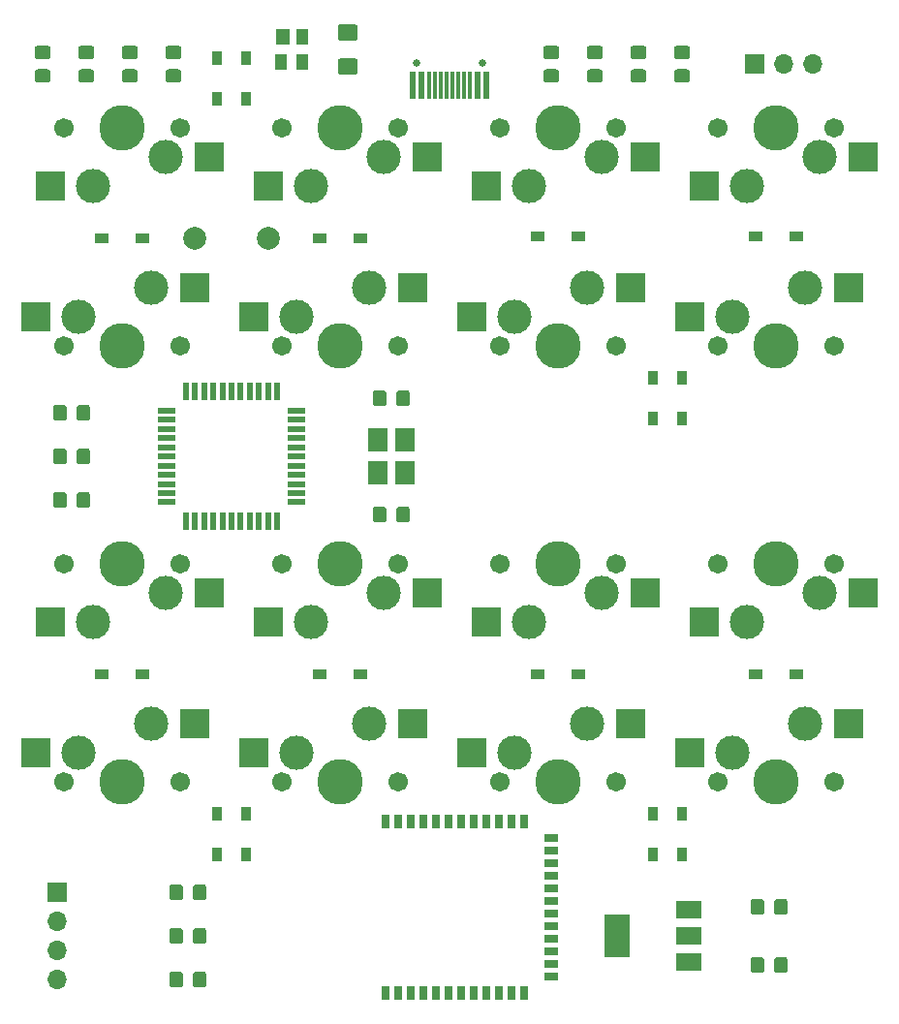
<source format=gbr>
G04 #@! TF.GenerationSoftware,KiCad,Pcbnew,(5.1.2)-2*
G04 #@! TF.CreationDate,2020-01-01T19:17:51+08:00*
G04 #@! TF.ProjectId,redox-receiver,7265646f-782d-4726-9563-65697665722e,rev?*
G04 #@! TF.SameCoordinates,Original*
G04 #@! TF.FileFunction,Soldermask,Bot*
G04 #@! TF.FilePolarity,Negative*
%FSLAX46Y46*%
G04 Gerber Fmt 4.6, Leading zero omitted, Abs format (unit mm)*
G04 Created by KiCad (PCBNEW (5.1.2)-2) date 2020-01-01 19:17:51*
%MOMM*%
%LPD*%
G04 APERTURE LIST*
%ADD10R,1.800000X2.100000*%
%ADD11C,0.100000*%
%ADD12C,1.425000*%
%ADD13C,1.150000*%
%ADD14R,0.550000X1.500000*%
%ADD15R,1.500000X0.550000*%
%ADD16R,1.000000X1.400000*%
%ADD17R,1.200000X1.400000*%
%ADD18C,2.000000*%
%ADD19R,0.698500X1.198880*%
%ADD20R,1.198880X0.698500*%
%ADD21R,0.600000X2.450000*%
%ADD22R,0.300000X2.450000*%
%ADD23C,0.650000*%
%ADD24R,2.200000X3.800000*%
%ADD25R,2.200000X1.500000*%
%ADD26O,1.700000X1.700000*%
%ADD27R,1.700000X1.700000*%
%ADD28R,2.550000X2.500000*%
%ADD29C,1.701800*%
%ADD30C,3.987800*%
%ADD31C,3.000000*%
%ADD32R,0.950000X1.300000*%
%ADD33R,1.300000X0.950000*%
G04 APERTURE END LIST*
D10*
X108070000Y-96340000D03*
X108070000Y-99240000D03*
X110370000Y-99240000D03*
X110370000Y-96340000D03*
D11*
G36*
X106059504Y-63006204D02*
G01*
X106083773Y-63009804D01*
X106107571Y-63015765D01*
X106130671Y-63024030D01*
X106152849Y-63034520D01*
X106173893Y-63047133D01*
X106193598Y-63061747D01*
X106211777Y-63078223D01*
X106228253Y-63096402D01*
X106242867Y-63116107D01*
X106255480Y-63137151D01*
X106265970Y-63159329D01*
X106274235Y-63182429D01*
X106280196Y-63206227D01*
X106283796Y-63230496D01*
X106285000Y-63255000D01*
X106285000Y-64180000D01*
X106283796Y-64204504D01*
X106280196Y-64228773D01*
X106274235Y-64252571D01*
X106265970Y-64275671D01*
X106255480Y-64297849D01*
X106242867Y-64318893D01*
X106228253Y-64338598D01*
X106211777Y-64356777D01*
X106193598Y-64373253D01*
X106173893Y-64387867D01*
X106152849Y-64400480D01*
X106130671Y-64410970D01*
X106107571Y-64419235D01*
X106083773Y-64425196D01*
X106059504Y-64428796D01*
X106035000Y-64430000D01*
X104785000Y-64430000D01*
X104760496Y-64428796D01*
X104736227Y-64425196D01*
X104712429Y-64419235D01*
X104689329Y-64410970D01*
X104667151Y-64400480D01*
X104646107Y-64387867D01*
X104626402Y-64373253D01*
X104608223Y-64356777D01*
X104591747Y-64338598D01*
X104577133Y-64318893D01*
X104564520Y-64297849D01*
X104554030Y-64275671D01*
X104545765Y-64252571D01*
X104539804Y-64228773D01*
X104536204Y-64204504D01*
X104535000Y-64180000D01*
X104535000Y-63255000D01*
X104536204Y-63230496D01*
X104539804Y-63206227D01*
X104545765Y-63182429D01*
X104554030Y-63159329D01*
X104564520Y-63137151D01*
X104577133Y-63116107D01*
X104591747Y-63096402D01*
X104608223Y-63078223D01*
X104626402Y-63061747D01*
X104646107Y-63047133D01*
X104667151Y-63034520D01*
X104689329Y-63024030D01*
X104712429Y-63015765D01*
X104736227Y-63009804D01*
X104760496Y-63006204D01*
X104785000Y-63005000D01*
X106035000Y-63005000D01*
X106059504Y-63006204D01*
X106059504Y-63006204D01*
G37*
D12*
X105410000Y-63717500D03*
D11*
G36*
X106059504Y-60031204D02*
G01*
X106083773Y-60034804D01*
X106107571Y-60040765D01*
X106130671Y-60049030D01*
X106152849Y-60059520D01*
X106173893Y-60072133D01*
X106193598Y-60086747D01*
X106211777Y-60103223D01*
X106228253Y-60121402D01*
X106242867Y-60141107D01*
X106255480Y-60162151D01*
X106265970Y-60184329D01*
X106274235Y-60207429D01*
X106280196Y-60231227D01*
X106283796Y-60255496D01*
X106285000Y-60280000D01*
X106285000Y-61205000D01*
X106283796Y-61229504D01*
X106280196Y-61253773D01*
X106274235Y-61277571D01*
X106265970Y-61300671D01*
X106255480Y-61322849D01*
X106242867Y-61343893D01*
X106228253Y-61363598D01*
X106211777Y-61381777D01*
X106193598Y-61398253D01*
X106173893Y-61412867D01*
X106152849Y-61425480D01*
X106130671Y-61435970D01*
X106107571Y-61444235D01*
X106083773Y-61450196D01*
X106059504Y-61453796D01*
X106035000Y-61455000D01*
X104785000Y-61455000D01*
X104760496Y-61453796D01*
X104736227Y-61450196D01*
X104712429Y-61444235D01*
X104689329Y-61435970D01*
X104667151Y-61425480D01*
X104646107Y-61412867D01*
X104626402Y-61398253D01*
X104608223Y-61381777D01*
X104591747Y-61363598D01*
X104577133Y-61343893D01*
X104564520Y-61322849D01*
X104554030Y-61300671D01*
X104545765Y-61277571D01*
X104539804Y-61253773D01*
X104536204Y-61229504D01*
X104535000Y-61205000D01*
X104535000Y-60280000D01*
X104536204Y-60255496D01*
X104539804Y-60231227D01*
X104545765Y-60207429D01*
X104554030Y-60184329D01*
X104564520Y-60162151D01*
X104577133Y-60141107D01*
X104591747Y-60121402D01*
X104608223Y-60103223D01*
X104626402Y-60086747D01*
X104646107Y-60072133D01*
X104667151Y-60059520D01*
X104689329Y-60049030D01*
X104712429Y-60040765D01*
X104736227Y-60034804D01*
X104760496Y-60031204D01*
X104785000Y-60030000D01*
X106035000Y-60030000D01*
X106059504Y-60031204D01*
X106059504Y-60031204D01*
G37*
D12*
X105410000Y-60742500D03*
D11*
G36*
X82654505Y-97091204D02*
G01*
X82678773Y-97094804D01*
X82702572Y-97100765D01*
X82725671Y-97109030D01*
X82747850Y-97119520D01*
X82768893Y-97132132D01*
X82788599Y-97146747D01*
X82806777Y-97163223D01*
X82823253Y-97181401D01*
X82837868Y-97201107D01*
X82850480Y-97222150D01*
X82860970Y-97244329D01*
X82869235Y-97267428D01*
X82875196Y-97291227D01*
X82878796Y-97315495D01*
X82880000Y-97339999D01*
X82880000Y-98240001D01*
X82878796Y-98264505D01*
X82875196Y-98288773D01*
X82869235Y-98312572D01*
X82860970Y-98335671D01*
X82850480Y-98357850D01*
X82837868Y-98378893D01*
X82823253Y-98398599D01*
X82806777Y-98416777D01*
X82788599Y-98433253D01*
X82768893Y-98447868D01*
X82747850Y-98460480D01*
X82725671Y-98470970D01*
X82702572Y-98479235D01*
X82678773Y-98485196D01*
X82654505Y-98488796D01*
X82630001Y-98490000D01*
X81979999Y-98490000D01*
X81955495Y-98488796D01*
X81931227Y-98485196D01*
X81907428Y-98479235D01*
X81884329Y-98470970D01*
X81862150Y-98460480D01*
X81841107Y-98447868D01*
X81821401Y-98433253D01*
X81803223Y-98416777D01*
X81786747Y-98398599D01*
X81772132Y-98378893D01*
X81759520Y-98357850D01*
X81749030Y-98335671D01*
X81740765Y-98312572D01*
X81734804Y-98288773D01*
X81731204Y-98264505D01*
X81730000Y-98240001D01*
X81730000Y-97339999D01*
X81731204Y-97315495D01*
X81734804Y-97291227D01*
X81740765Y-97267428D01*
X81749030Y-97244329D01*
X81759520Y-97222150D01*
X81772132Y-97201107D01*
X81786747Y-97181401D01*
X81803223Y-97163223D01*
X81821401Y-97146747D01*
X81841107Y-97132132D01*
X81862150Y-97119520D01*
X81884329Y-97109030D01*
X81907428Y-97100765D01*
X81931227Y-97094804D01*
X81955495Y-97091204D01*
X81979999Y-97090000D01*
X82630001Y-97090000D01*
X82654505Y-97091204D01*
X82654505Y-97091204D01*
G37*
D13*
X82305000Y-97790000D03*
D11*
G36*
X80604505Y-97091204D02*
G01*
X80628773Y-97094804D01*
X80652572Y-97100765D01*
X80675671Y-97109030D01*
X80697850Y-97119520D01*
X80718893Y-97132132D01*
X80738599Y-97146747D01*
X80756777Y-97163223D01*
X80773253Y-97181401D01*
X80787868Y-97201107D01*
X80800480Y-97222150D01*
X80810970Y-97244329D01*
X80819235Y-97267428D01*
X80825196Y-97291227D01*
X80828796Y-97315495D01*
X80830000Y-97339999D01*
X80830000Y-98240001D01*
X80828796Y-98264505D01*
X80825196Y-98288773D01*
X80819235Y-98312572D01*
X80810970Y-98335671D01*
X80800480Y-98357850D01*
X80787868Y-98378893D01*
X80773253Y-98398599D01*
X80756777Y-98416777D01*
X80738599Y-98433253D01*
X80718893Y-98447868D01*
X80697850Y-98460480D01*
X80675671Y-98470970D01*
X80652572Y-98479235D01*
X80628773Y-98485196D01*
X80604505Y-98488796D01*
X80580001Y-98490000D01*
X79929999Y-98490000D01*
X79905495Y-98488796D01*
X79881227Y-98485196D01*
X79857428Y-98479235D01*
X79834329Y-98470970D01*
X79812150Y-98460480D01*
X79791107Y-98447868D01*
X79771401Y-98433253D01*
X79753223Y-98416777D01*
X79736747Y-98398599D01*
X79722132Y-98378893D01*
X79709520Y-98357850D01*
X79699030Y-98335671D01*
X79690765Y-98312572D01*
X79684804Y-98288773D01*
X79681204Y-98264505D01*
X79680000Y-98240001D01*
X79680000Y-97339999D01*
X79681204Y-97315495D01*
X79684804Y-97291227D01*
X79690765Y-97267428D01*
X79699030Y-97244329D01*
X79709520Y-97222150D01*
X79722132Y-97201107D01*
X79736747Y-97181401D01*
X79753223Y-97163223D01*
X79771401Y-97146747D01*
X79791107Y-97132132D01*
X79812150Y-97119520D01*
X79834329Y-97109030D01*
X79857428Y-97100765D01*
X79881227Y-97094804D01*
X79905495Y-97091204D01*
X79929999Y-97090000D01*
X80580001Y-97090000D01*
X80604505Y-97091204D01*
X80604505Y-97091204D01*
G37*
D13*
X80255000Y-97790000D03*
D11*
G36*
X82654505Y-93281204D02*
G01*
X82678773Y-93284804D01*
X82702572Y-93290765D01*
X82725671Y-93299030D01*
X82747850Y-93309520D01*
X82768893Y-93322132D01*
X82788599Y-93336747D01*
X82806777Y-93353223D01*
X82823253Y-93371401D01*
X82837868Y-93391107D01*
X82850480Y-93412150D01*
X82860970Y-93434329D01*
X82869235Y-93457428D01*
X82875196Y-93481227D01*
X82878796Y-93505495D01*
X82880000Y-93529999D01*
X82880000Y-94430001D01*
X82878796Y-94454505D01*
X82875196Y-94478773D01*
X82869235Y-94502572D01*
X82860970Y-94525671D01*
X82850480Y-94547850D01*
X82837868Y-94568893D01*
X82823253Y-94588599D01*
X82806777Y-94606777D01*
X82788599Y-94623253D01*
X82768893Y-94637868D01*
X82747850Y-94650480D01*
X82725671Y-94660970D01*
X82702572Y-94669235D01*
X82678773Y-94675196D01*
X82654505Y-94678796D01*
X82630001Y-94680000D01*
X81979999Y-94680000D01*
X81955495Y-94678796D01*
X81931227Y-94675196D01*
X81907428Y-94669235D01*
X81884329Y-94660970D01*
X81862150Y-94650480D01*
X81841107Y-94637868D01*
X81821401Y-94623253D01*
X81803223Y-94606777D01*
X81786747Y-94588599D01*
X81772132Y-94568893D01*
X81759520Y-94547850D01*
X81749030Y-94525671D01*
X81740765Y-94502572D01*
X81734804Y-94478773D01*
X81731204Y-94454505D01*
X81730000Y-94430001D01*
X81730000Y-93529999D01*
X81731204Y-93505495D01*
X81734804Y-93481227D01*
X81740765Y-93457428D01*
X81749030Y-93434329D01*
X81759520Y-93412150D01*
X81772132Y-93391107D01*
X81786747Y-93371401D01*
X81803223Y-93353223D01*
X81821401Y-93336747D01*
X81841107Y-93322132D01*
X81862150Y-93309520D01*
X81884329Y-93299030D01*
X81907428Y-93290765D01*
X81931227Y-93284804D01*
X81955495Y-93281204D01*
X81979999Y-93280000D01*
X82630001Y-93280000D01*
X82654505Y-93281204D01*
X82654505Y-93281204D01*
G37*
D13*
X82305000Y-93980000D03*
D11*
G36*
X80604505Y-93281204D02*
G01*
X80628773Y-93284804D01*
X80652572Y-93290765D01*
X80675671Y-93299030D01*
X80697850Y-93309520D01*
X80718893Y-93322132D01*
X80738599Y-93336747D01*
X80756777Y-93353223D01*
X80773253Y-93371401D01*
X80787868Y-93391107D01*
X80800480Y-93412150D01*
X80810970Y-93434329D01*
X80819235Y-93457428D01*
X80825196Y-93481227D01*
X80828796Y-93505495D01*
X80830000Y-93529999D01*
X80830000Y-94430001D01*
X80828796Y-94454505D01*
X80825196Y-94478773D01*
X80819235Y-94502572D01*
X80810970Y-94525671D01*
X80800480Y-94547850D01*
X80787868Y-94568893D01*
X80773253Y-94588599D01*
X80756777Y-94606777D01*
X80738599Y-94623253D01*
X80718893Y-94637868D01*
X80697850Y-94650480D01*
X80675671Y-94660970D01*
X80652572Y-94669235D01*
X80628773Y-94675196D01*
X80604505Y-94678796D01*
X80580001Y-94680000D01*
X79929999Y-94680000D01*
X79905495Y-94678796D01*
X79881227Y-94675196D01*
X79857428Y-94669235D01*
X79834329Y-94660970D01*
X79812150Y-94650480D01*
X79791107Y-94637868D01*
X79771401Y-94623253D01*
X79753223Y-94606777D01*
X79736747Y-94588599D01*
X79722132Y-94568893D01*
X79709520Y-94547850D01*
X79699030Y-94525671D01*
X79690765Y-94502572D01*
X79684804Y-94478773D01*
X79681204Y-94454505D01*
X79680000Y-94430001D01*
X79680000Y-93529999D01*
X79681204Y-93505495D01*
X79684804Y-93481227D01*
X79690765Y-93457428D01*
X79699030Y-93434329D01*
X79709520Y-93412150D01*
X79722132Y-93391107D01*
X79736747Y-93371401D01*
X79753223Y-93353223D01*
X79771401Y-93336747D01*
X79791107Y-93322132D01*
X79812150Y-93309520D01*
X79834329Y-93299030D01*
X79857428Y-93290765D01*
X79881227Y-93284804D01*
X79905495Y-93281204D01*
X79929999Y-93280000D01*
X80580001Y-93280000D01*
X80604505Y-93281204D01*
X80604505Y-93281204D01*
G37*
D13*
X80255000Y-93980000D03*
D11*
G36*
X90644505Y-63951204D02*
G01*
X90668773Y-63954804D01*
X90692572Y-63960765D01*
X90715671Y-63969030D01*
X90737850Y-63979520D01*
X90758893Y-63992132D01*
X90778599Y-64006747D01*
X90796777Y-64023223D01*
X90813253Y-64041401D01*
X90827868Y-64061107D01*
X90840480Y-64082150D01*
X90850970Y-64104329D01*
X90859235Y-64127428D01*
X90865196Y-64151227D01*
X90868796Y-64175495D01*
X90870000Y-64199999D01*
X90870000Y-64850001D01*
X90868796Y-64874505D01*
X90865196Y-64898773D01*
X90859235Y-64922572D01*
X90850970Y-64945671D01*
X90840480Y-64967850D01*
X90827868Y-64988893D01*
X90813253Y-65008599D01*
X90796777Y-65026777D01*
X90778599Y-65043253D01*
X90758893Y-65057868D01*
X90737850Y-65070480D01*
X90715671Y-65080970D01*
X90692572Y-65089235D01*
X90668773Y-65095196D01*
X90644505Y-65098796D01*
X90620001Y-65100000D01*
X89719999Y-65100000D01*
X89695495Y-65098796D01*
X89671227Y-65095196D01*
X89647428Y-65089235D01*
X89624329Y-65080970D01*
X89602150Y-65070480D01*
X89581107Y-65057868D01*
X89561401Y-65043253D01*
X89543223Y-65026777D01*
X89526747Y-65008599D01*
X89512132Y-64988893D01*
X89499520Y-64967850D01*
X89489030Y-64945671D01*
X89480765Y-64922572D01*
X89474804Y-64898773D01*
X89471204Y-64874505D01*
X89470000Y-64850001D01*
X89470000Y-64199999D01*
X89471204Y-64175495D01*
X89474804Y-64151227D01*
X89480765Y-64127428D01*
X89489030Y-64104329D01*
X89499520Y-64082150D01*
X89512132Y-64061107D01*
X89526747Y-64041401D01*
X89543223Y-64023223D01*
X89561401Y-64006747D01*
X89581107Y-63992132D01*
X89602150Y-63979520D01*
X89624329Y-63969030D01*
X89647428Y-63960765D01*
X89671227Y-63954804D01*
X89695495Y-63951204D01*
X89719999Y-63950000D01*
X90620001Y-63950000D01*
X90644505Y-63951204D01*
X90644505Y-63951204D01*
G37*
D13*
X90170000Y-64525000D03*
D11*
G36*
X90644505Y-61901204D02*
G01*
X90668773Y-61904804D01*
X90692572Y-61910765D01*
X90715671Y-61919030D01*
X90737850Y-61929520D01*
X90758893Y-61942132D01*
X90778599Y-61956747D01*
X90796777Y-61973223D01*
X90813253Y-61991401D01*
X90827868Y-62011107D01*
X90840480Y-62032150D01*
X90850970Y-62054329D01*
X90859235Y-62077428D01*
X90865196Y-62101227D01*
X90868796Y-62125495D01*
X90870000Y-62149999D01*
X90870000Y-62800001D01*
X90868796Y-62824505D01*
X90865196Y-62848773D01*
X90859235Y-62872572D01*
X90850970Y-62895671D01*
X90840480Y-62917850D01*
X90827868Y-62938893D01*
X90813253Y-62958599D01*
X90796777Y-62976777D01*
X90778599Y-62993253D01*
X90758893Y-63007868D01*
X90737850Y-63020480D01*
X90715671Y-63030970D01*
X90692572Y-63039235D01*
X90668773Y-63045196D01*
X90644505Y-63048796D01*
X90620001Y-63050000D01*
X89719999Y-63050000D01*
X89695495Y-63048796D01*
X89671227Y-63045196D01*
X89647428Y-63039235D01*
X89624329Y-63030970D01*
X89602150Y-63020480D01*
X89581107Y-63007868D01*
X89561401Y-62993253D01*
X89543223Y-62976777D01*
X89526747Y-62958599D01*
X89512132Y-62938893D01*
X89499520Y-62917850D01*
X89489030Y-62895671D01*
X89480765Y-62872572D01*
X89474804Y-62848773D01*
X89471204Y-62824505D01*
X89470000Y-62800001D01*
X89470000Y-62149999D01*
X89471204Y-62125495D01*
X89474804Y-62101227D01*
X89480765Y-62077428D01*
X89489030Y-62054329D01*
X89499520Y-62032150D01*
X89512132Y-62011107D01*
X89526747Y-61991401D01*
X89543223Y-61973223D01*
X89561401Y-61956747D01*
X89581107Y-61942132D01*
X89602150Y-61929520D01*
X89624329Y-61919030D01*
X89647428Y-61910765D01*
X89671227Y-61904804D01*
X89695495Y-61901204D01*
X89719999Y-61900000D01*
X90620001Y-61900000D01*
X90644505Y-61901204D01*
X90644505Y-61901204D01*
G37*
D13*
X90170000Y-62475000D03*
D11*
G36*
X86834505Y-63951204D02*
G01*
X86858773Y-63954804D01*
X86882572Y-63960765D01*
X86905671Y-63969030D01*
X86927850Y-63979520D01*
X86948893Y-63992132D01*
X86968599Y-64006747D01*
X86986777Y-64023223D01*
X87003253Y-64041401D01*
X87017868Y-64061107D01*
X87030480Y-64082150D01*
X87040970Y-64104329D01*
X87049235Y-64127428D01*
X87055196Y-64151227D01*
X87058796Y-64175495D01*
X87060000Y-64199999D01*
X87060000Y-64850001D01*
X87058796Y-64874505D01*
X87055196Y-64898773D01*
X87049235Y-64922572D01*
X87040970Y-64945671D01*
X87030480Y-64967850D01*
X87017868Y-64988893D01*
X87003253Y-65008599D01*
X86986777Y-65026777D01*
X86968599Y-65043253D01*
X86948893Y-65057868D01*
X86927850Y-65070480D01*
X86905671Y-65080970D01*
X86882572Y-65089235D01*
X86858773Y-65095196D01*
X86834505Y-65098796D01*
X86810001Y-65100000D01*
X85909999Y-65100000D01*
X85885495Y-65098796D01*
X85861227Y-65095196D01*
X85837428Y-65089235D01*
X85814329Y-65080970D01*
X85792150Y-65070480D01*
X85771107Y-65057868D01*
X85751401Y-65043253D01*
X85733223Y-65026777D01*
X85716747Y-65008599D01*
X85702132Y-64988893D01*
X85689520Y-64967850D01*
X85679030Y-64945671D01*
X85670765Y-64922572D01*
X85664804Y-64898773D01*
X85661204Y-64874505D01*
X85660000Y-64850001D01*
X85660000Y-64199999D01*
X85661204Y-64175495D01*
X85664804Y-64151227D01*
X85670765Y-64127428D01*
X85679030Y-64104329D01*
X85689520Y-64082150D01*
X85702132Y-64061107D01*
X85716747Y-64041401D01*
X85733223Y-64023223D01*
X85751401Y-64006747D01*
X85771107Y-63992132D01*
X85792150Y-63979520D01*
X85814329Y-63969030D01*
X85837428Y-63960765D01*
X85861227Y-63954804D01*
X85885495Y-63951204D01*
X85909999Y-63950000D01*
X86810001Y-63950000D01*
X86834505Y-63951204D01*
X86834505Y-63951204D01*
G37*
D13*
X86360000Y-64525000D03*
D11*
G36*
X86834505Y-61901204D02*
G01*
X86858773Y-61904804D01*
X86882572Y-61910765D01*
X86905671Y-61919030D01*
X86927850Y-61929520D01*
X86948893Y-61942132D01*
X86968599Y-61956747D01*
X86986777Y-61973223D01*
X87003253Y-61991401D01*
X87017868Y-62011107D01*
X87030480Y-62032150D01*
X87040970Y-62054329D01*
X87049235Y-62077428D01*
X87055196Y-62101227D01*
X87058796Y-62125495D01*
X87060000Y-62149999D01*
X87060000Y-62800001D01*
X87058796Y-62824505D01*
X87055196Y-62848773D01*
X87049235Y-62872572D01*
X87040970Y-62895671D01*
X87030480Y-62917850D01*
X87017868Y-62938893D01*
X87003253Y-62958599D01*
X86986777Y-62976777D01*
X86968599Y-62993253D01*
X86948893Y-63007868D01*
X86927850Y-63020480D01*
X86905671Y-63030970D01*
X86882572Y-63039235D01*
X86858773Y-63045196D01*
X86834505Y-63048796D01*
X86810001Y-63050000D01*
X85909999Y-63050000D01*
X85885495Y-63048796D01*
X85861227Y-63045196D01*
X85837428Y-63039235D01*
X85814329Y-63030970D01*
X85792150Y-63020480D01*
X85771107Y-63007868D01*
X85751401Y-62993253D01*
X85733223Y-62976777D01*
X85716747Y-62958599D01*
X85702132Y-62938893D01*
X85689520Y-62917850D01*
X85679030Y-62895671D01*
X85670765Y-62872572D01*
X85664804Y-62848773D01*
X85661204Y-62824505D01*
X85660000Y-62800001D01*
X85660000Y-62149999D01*
X85661204Y-62125495D01*
X85664804Y-62101227D01*
X85670765Y-62077428D01*
X85679030Y-62054329D01*
X85689520Y-62032150D01*
X85702132Y-62011107D01*
X85716747Y-61991401D01*
X85733223Y-61973223D01*
X85751401Y-61956747D01*
X85771107Y-61942132D01*
X85792150Y-61929520D01*
X85814329Y-61919030D01*
X85837428Y-61910765D01*
X85861227Y-61904804D01*
X85885495Y-61901204D01*
X85909999Y-61900000D01*
X86810001Y-61900000D01*
X86834505Y-61901204D01*
X86834505Y-61901204D01*
G37*
D13*
X86360000Y-62475000D03*
D11*
G36*
X83024505Y-63951204D02*
G01*
X83048773Y-63954804D01*
X83072572Y-63960765D01*
X83095671Y-63969030D01*
X83117850Y-63979520D01*
X83138893Y-63992132D01*
X83158599Y-64006747D01*
X83176777Y-64023223D01*
X83193253Y-64041401D01*
X83207868Y-64061107D01*
X83220480Y-64082150D01*
X83230970Y-64104329D01*
X83239235Y-64127428D01*
X83245196Y-64151227D01*
X83248796Y-64175495D01*
X83250000Y-64199999D01*
X83250000Y-64850001D01*
X83248796Y-64874505D01*
X83245196Y-64898773D01*
X83239235Y-64922572D01*
X83230970Y-64945671D01*
X83220480Y-64967850D01*
X83207868Y-64988893D01*
X83193253Y-65008599D01*
X83176777Y-65026777D01*
X83158599Y-65043253D01*
X83138893Y-65057868D01*
X83117850Y-65070480D01*
X83095671Y-65080970D01*
X83072572Y-65089235D01*
X83048773Y-65095196D01*
X83024505Y-65098796D01*
X83000001Y-65100000D01*
X82099999Y-65100000D01*
X82075495Y-65098796D01*
X82051227Y-65095196D01*
X82027428Y-65089235D01*
X82004329Y-65080970D01*
X81982150Y-65070480D01*
X81961107Y-65057868D01*
X81941401Y-65043253D01*
X81923223Y-65026777D01*
X81906747Y-65008599D01*
X81892132Y-64988893D01*
X81879520Y-64967850D01*
X81869030Y-64945671D01*
X81860765Y-64922572D01*
X81854804Y-64898773D01*
X81851204Y-64874505D01*
X81850000Y-64850001D01*
X81850000Y-64199999D01*
X81851204Y-64175495D01*
X81854804Y-64151227D01*
X81860765Y-64127428D01*
X81869030Y-64104329D01*
X81879520Y-64082150D01*
X81892132Y-64061107D01*
X81906747Y-64041401D01*
X81923223Y-64023223D01*
X81941401Y-64006747D01*
X81961107Y-63992132D01*
X81982150Y-63979520D01*
X82004329Y-63969030D01*
X82027428Y-63960765D01*
X82051227Y-63954804D01*
X82075495Y-63951204D01*
X82099999Y-63950000D01*
X83000001Y-63950000D01*
X83024505Y-63951204D01*
X83024505Y-63951204D01*
G37*
D13*
X82550000Y-64525000D03*
D11*
G36*
X83024505Y-61901204D02*
G01*
X83048773Y-61904804D01*
X83072572Y-61910765D01*
X83095671Y-61919030D01*
X83117850Y-61929520D01*
X83138893Y-61942132D01*
X83158599Y-61956747D01*
X83176777Y-61973223D01*
X83193253Y-61991401D01*
X83207868Y-62011107D01*
X83220480Y-62032150D01*
X83230970Y-62054329D01*
X83239235Y-62077428D01*
X83245196Y-62101227D01*
X83248796Y-62125495D01*
X83250000Y-62149999D01*
X83250000Y-62800001D01*
X83248796Y-62824505D01*
X83245196Y-62848773D01*
X83239235Y-62872572D01*
X83230970Y-62895671D01*
X83220480Y-62917850D01*
X83207868Y-62938893D01*
X83193253Y-62958599D01*
X83176777Y-62976777D01*
X83158599Y-62993253D01*
X83138893Y-63007868D01*
X83117850Y-63020480D01*
X83095671Y-63030970D01*
X83072572Y-63039235D01*
X83048773Y-63045196D01*
X83024505Y-63048796D01*
X83000001Y-63050000D01*
X82099999Y-63050000D01*
X82075495Y-63048796D01*
X82051227Y-63045196D01*
X82027428Y-63039235D01*
X82004329Y-63030970D01*
X81982150Y-63020480D01*
X81961107Y-63007868D01*
X81941401Y-62993253D01*
X81923223Y-62976777D01*
X81906747Y-62958599D01*
X81892132Y-62938893D01*
X81879520Y-62917850D01*
X81869030Y-62895671D01*
X81860765Y-62872572D01*
X81854804Y-62848773D01*
X81851204Y-62824505D01*
X81850000Y-62800001D01*
X81850000Y-62149999D01*
X81851204Y-62125495D01*
X81854804Y-62101227D01*
X81860765Y-62077428D01*
X81869030Y-62054329D01*
X81879520Y-62032150D01*
X81892132Y-62011107D01*
X81906747Y-61991401D01*
X81923223Y-61973223D01*
X81941401Y-61956747D01*
X81961107Y-61942132D01*
X81982150Y-61929520D01*
X82004329Y-61919030D01*
X82027428Y-61910765D01*
X82051227Y-61904804D01*
X82075495Y-61901204D01*
X82099999Y-61900000D01*
X83000001Y-61900000D01*
X83024505Y-61901204D01*
X83024505Y-61901204D01*
G37*
D13*
X82550000Y-62475000D03*
D11*
G36*
X79214505Y-63951204D02*
G01*
X79238773Y-63954804D01*
X79262572Y-63960765D01*
X79285671Y-63969030D01*
X79307850Y-63979520D01*
X79328893Y-63992132D01*
X79348599Y-64006747D01*
X79366777Y-64023223D01*
X79383253Y-64041401D01*
X79397868Y-64061107D01*
X79410480Y-64082150D01*
X79420970Y-64104329D01*
X79429235Y-64127428D01*
X79435196Y-64151227D01*
X79438796Y-64175495D01*
X79440000Y-64199999D01*
X79440000Y-64850001D01*
X79438796Y-64874505D01*
X79435196Y-64898773D01*
X79429235Y-64922572D01*
X79420970Y-64945671D01*
X79410480Y-64967850D01*
X79397868Y-64988893D01*
X79383253Y-65008599D01*
X79366777Y-65026777D01*
X79348599Y-65043253D01*
X79328893Y-65057868D01*
X79307850Y-65070480D01*
X79285671Y-65080970D01*
X79262572Y-65089235D01*
X79238773Y-65095196D01*
X79214505Y-65098796D01*
X79190001Y-65100000D01*
X78289999Y-65100000D01*
X78265495Y-65098796D01*
X78241227Y-65095196D01*
X78217428Y-65089235D01*
X78194329Y-65080970D01*
X78172150Y-65070480D01*
X78151107Y-65057868D01*
X78131401Y-65043253D01*
X78113223Y-65026777D01*
X78096747Y-65008599D01*
X78082132Y-64988893D01*
X78069520Y-64967850D01*
X78059030Y-64945671D01*
X78050765Y-64922572D01*
X78044804Y-64898773D01*
X78041204Y-64874505D01*
X78040000Y-64850001D01*
X78040000Y-64199999D01*
X78041204Y-64175495D01*
X78044804Y-64151227D01*
X78050765Y-64127428D01*
X78059030Y-64104329D01*
X78069520Y-64082150D01*
X78082132Y-64061107D01*
X78096747Y-64041401D01*
X78113223Y-64023223D01*
X78131401Y-64006747D01*
X78151107Y-63992132D01*
X78172150Y-63979520D01*
X78194329Y-63969030D01*
X78217428Y-63960765D01*
X78241227Y-63954804D01*
X78265495Y-63951204D01*
X78289999Y-63950000D01*
X79190001Y-63950000D01*
X79214505Y-63951204D01*
X79214505Y-63951204D01*
G37*
D13*
X78740000Y-64525000D03*
D11*
G36*
X79214505Y-61901204D02*
G01*
X79238773Y-61904804D01*
X79262572Y-61910765D01*
X79285671Y-61919030D01*
X79307850Y-61929520D01*
X79328893Y-61942132D01*
X79348599Y-61956747D01*
X79366777Y-61973223D01*
X79383253Y-61991401D01*
X79397868Y-62011107D01*
X79410480Y-62032150D01*
X79420970Y-62054329D01*
X79429235Y-62077428D01*
X79435196Y-62101227D01*
X79438796Y-62125495D01*
X79440000Y-62149999D01*
X79440000Y-62800001D01*
X79438796Y-62824505D01*
X79435196Y-62848773D01*
X79429235Y-62872572D01*
X79420970Y-62895671D01*
X79410480Y-62917850D01*
X79397868Y-62938893D01*
X79383253Y-62958599D01*
X79366777Y-62976777D01*
X79348599Y-62993253D01*
X79328893Y-63007868D01*
X79307850Y-63020480D01*
X79285671Y-63030970D01*
X79262572Y-63039235D01*
X79238773Y-63045196D01*
X79214505Y-63048796D01*
X79190001Y-63050000D01*
X78289999Y-63050000D01*
X78265495Y-63048796D01*
X78241227Y-63045196D01*
X78217428Y-63039235D01*
X78194329Y-63030970D01*
X78172150Y-63020480D01*
X78151107Y-63007868D01*
X78131401Y-62993253D01*
X78113223Y-62976777D01*
X78096747Y-62958599D01*
X78082132Y-62938893D01*
X78069520Y-62917850D01*
X78059030Y-62895671D01*
X78050765Y-62872572D01*
X78044804Y-62848773D01*
X78041204Y-62824505D01*
X78040000Y-62800001D01*
X78040000Y-62149999D01*
X78041204Y-62125495D01*
X78044804Y-62101227D01*
X78050765Y-62077428D01*
X78059030Y-62054329D01*
X78069520Y-62032150D01*
X78082132Y-62011107D01*
X78096747Y-61991401D01*
X78113223Y-61973223D01*
X78131401Y-61956747D01*
X78151107Y-61942132D01*
X78172150Y-61929520D01*
X78194329Y-61919030D01*
X78217428Y-61910765D01*
X78241227Y-61904804D01*
X78265495Y-61901204D01*
X78289999Y-61900000D01*
X79190001Y-61900000D01*
X79214505Y-61901204D01*
X79214505Y-61901204D01*
G37*
D13*
X78740000Y-62475000D03*
D11*
G36*
X141564505Y-136461204D02*
G01*
X141588773Y-136464804D01*
X141612572Y-136470765D01*
X141635671Y-136479030D01*
X141657850Y-136489520D01*
X141678893Y-136502132D01*
X141698599Y-136516747D01*
X141716777Y-136533223D01*
X141733253Y-136551401D01*
X141747868Y-136571107D01*
X141760480Y-136592150D01*
X141770970Y-136614329D01*
X141779235Y-136637428D01*
X141785196Y-136661227D01*
X141788796Y-136685495D01*
X141790000Y-136709999D01*
X141790000Y-137610001D01*
X141788796Y-137634505D01*
X141785196Y-137658773D01*
X141779235Y-137682572D01*
X141770970Y-137705671D01*
X141760480Y-137727850D01*
X141747868Y-137748893D01*
X141733253Y-137768599D01*
X141716777Y-137786777D01*
X141698599Y-137803253D01*
X141678893Y-137817868D01*
X141657850Y-137830480D01*
X141635671Y-137840970D01*
X141612572Y-137849235D01*
X141588773Y-137855196D01*
X141564505Y-137858796D01*
X141540001Y-137860000D01*
X140889999Y-137860000D01*
X140865495Y-137858796D01*
X140841227Y-137855196D01*
X140817428Y-137849235D01*
X140794329Y-137840970D01*
X140772150Y-137830480D01*
X140751107Y-137817868D01*
X140731401Y-137803253D01*
X140713223Y-137786777D01*
X140696747Y-137768599D01*
X140682132Y-137748893D01*
X140669520Y-137727850D01*
X140659030Y-137705671D01*
X140650765Y-137682572D01*
X140644804Y-137658773D01*
X140641204Y-137634505D01*
X140640000Y-137610001D01*
X140640000Y-136709999D01*
X140641204Y-136685495D01*
X140644804Y-136661227D01*
X140650765Y-136637428D01*
X140659030Y-136614329D01*
X140669520Y-136592150D01*
X140682132Y-136571107D01*
X140696747Y-136551401D01*
X140713223Y-136533223D01*
X140731401Y-136516747D01*
X140751107Y-136502132D01*
X140772150Y-136489520D01*
X140794329Y-136479030D01*
X140817428Y-136470765D01*
X140841227Y-136464804D01*
X140865495Y-136461204D01*
X140889999Y-136460000D01*
X141540001Y-136460000D01*
X141564505Y-136461204D01*
X141564505Y-136461204D01*
G37*
D13*
X141215000Y-137160000D03*
D11*
G36*
X143614505Y-136461204D02*
G01*
X143638773Y-136464804D01*
X143662572Y-136470765D01*
X143685671Y-136479030D01*
X143707850Y-136489520D01*
X143728893Y-136502132D01*
X143748599Y-136516747D01*
X143766777Y-136533223D01*
X143783253Y-136551401D01*
X143797868Y-136571107D01*
X143810480Y-136592150D01*
X143820970Y-136614329D01*
X143829235Y-136637428D01*
X143835196Y-136661227D01*
X143838796Y-136685495D01*
X143840000Y-136709999D01*
X143840000Y-137610001D01*
X143838796Y-137634505D01*
X143835196Y-137658773D01*
X143829235Y-137682572D01*
X143820970Y-137705671D01*
X143810480Y-137727850D01*
X143797868Y-137748893D01*
X143783253Y-137768599D01*
X143766777Y-137786777D01*
X143748599Y-137803253D01*
X143728893Y-137817868D01*
X143707850Y-137830480D01*
X143685671Y-137840970D01*
X143662572Y-137849235D01*
X143638773Y-137855196D01*
X143614505Y-137858796D01*
X143590001Y-137860000D01*
X142939999Y-137860000D01*
X142915495Y-137858796D01*
X142891227Y-137855196D01*
X142867428Y-137849235D01*
X142844329Y-137840970D01*
X142822150Y-137830480D01*
X142801107Y-137817868D01*
X142781401Y-137803253D01*
X142763223Y-137786777D01*
X142746747Y-137768599D01*
X142732132Y-137748893D01*
X142719520Y-137727850D01*
X142709030Y-137705671D01*
X142700765Y-137682572D01*
X142694804Y-137658773D01*
X142691204Y-137634505D01*
X142690000Y-137610001D01*
X142690000Y-136709999D01*
X142691204Y-136685495D01*
X142694804Y-136661227D01*
X142700765Y-136637428D01*
X142709030Y-136614329D01*
X142719520Y-136592150D01*
X142732132Y-136571107D01*
X142746747Y-136551401D01*
X142763223Y-136533223D01*
X142781401Y-136516747D01*
X142801107Y-136502132D01*
X142822150Y-136489520D01*
X142844329Y-136479030D01*
X142867428Y-136470765D01*
X142891227Y-136464804D01*
X142915495Y-136461204D01*
X142939999Y-136460000D01*
X143590001Y-136460000D01*
X143614505Y-136461204D01*
X143614505Y-136461204D01*
G37*
D13*
X143265000Y-137160000D03*
D11*
G36*
X141564505Y-141541204D02*
G01*
X141588773Y-141544804D01*
X141612572Y-141550765D01*
X141635671Y-141559030D01*
X141657850Y-141569520D01*
X141678893Y-141582132D01*
X141698599Y-141596747D01*
X141716777Y-141613223D01*
X141733253Y-141631401D01*
X141747868Y-141651107D01*
X141760480Y-141672150D01*
X141770970Y-141694329D01*
X141779235Y-141717428D01*
X141785196Y-141741227D01*
X141788796Y-141765495D01*
X141790000Y-141789999D01*
X141790000Y-142690001D01*
X141788796Y-142714505D01*
X141785196Y-142738773D01*
X141779235Y-142762572D01*
X141770970Y-142785671D01*
X141760480Y-142807850D01*
X141747868Y-142828893D01*
X141733253Y-142848599D01*
X141716777Y-142866777D01*
X141698599Y-142883253D01*
X141678893Y-142897868D01*
X141657850Y-142910480D01*
X141635671Y-142920970D01*
X141612572Y-142929235D01*
X141588773Y-142935196D01*
X141564505Y-142938796D01*
X141540001Y-142940000D01*
X140889999Y-142940000D01*
X140865495Y-142938796D01*
X140841227Y-142935196D01*
X140817428Y-142929235D01*
X140794329Y-142920970D01*
X140772150Y-142910480D01*
X140751107Y-142897868D01*
X140731401Y-142883253D01*
X140713223Y-142866777D01*
X140696747Y-142848599D01*
X140682132Y-142828893D01*
X140669520Y-142807850D01*
X140659030Y-142785671D01*
X140650765Y-142762572D01*
X140644804Y-142738773D01*
X140641204Y-142714505D01*
X140640000Y-142690001D01*
X140640000Y-141789999D01*
X140641204Y-141765495D01*
X140644804Y-141741227D01*
X140650765Y-141717428D01*
X140659030Y-141694329D01*
X140669520Y-141672150D01*
X140682132Y-141651107D01*
X140696747Y-141631401D01*
X140713223Y-141613223D01*
X140731401Y-141596747D01*
X140751107Y-141582132D01*
X140772150Y-141569520D01*
X140794329Y-141559030D01*
X140817428Y-141550765D01*
X140841227Y-141544804D01*
X140865495Y-141541204D01*
X140889999Y-141540000D01*
X141540001Y-141540000D01*
X141564505Y-141541204D01*
X141564505Y-141541204D01*
G37*
D13*
X141215000Y-142240000D03*
D11*
G36*
X143614505Y-141541204D02*
G01*
X143638773Y-141544804D01*
X143662572Y-141550765D01*
X143685671Y-141559030D01*
X143707850Y-141569520D01*
X143728893Y-141582132D01*
X143748599Y-141596747D01*
X143766777Y-141613223D01*
X143783253Y-141631401D01*
X143797868Y-141651107D01*
X143810480Y-141672150D01*
X143820970Y-141694329D01*
X143829235Y-141717428D01*
X143835196Y-141741227D01*
X143838796Y-141765495D01*
X143840000Y-141789999D01*
X143840000Y-142690001D01*
X143838796Y-142714505D01*
X143835196Y-142738773D01*
X143829235Y-142762572D01*
X143820970Y-142785671D01*
X143810480Y-142807850D01*
X143797868Y-142828893D01*
X143783253Y-142848599D01*
X143766777Y-142866777D01*
X143748599Y-142883253D01*
X143728893Y-142897868D01*
X143707850Y-142910480D01*
X143685671Y-142920970D01*
X143662572Y-142929235D01*
X143638773Y-142935196D01*
X143614505Y-142938796D01*
X143590001Y-142940000D01*
X142939999Y-142940000D01*
X142915495Y-142938796D01*
X142891227Y-142935196D01*
X142867428Y-142929235D01*
X142844329Y-142920970D01*
X142822150Y-142910480D01*
X142801107Y-142897868D01*
X142781401Y-142883253D01*
X142763223Y-142866777D01*
X142746747Y-142848599D01*
X142732132Y-142828893D01*
X142719520Y-142807850D01*
X142709030Y-142785671D01*
X142700765Y-142762572D01*
X142694804Y-142738773D01*
X142691204Y-142714505D01*
X142690000Y-142690001D01*
X142690000Y-141789999D01*
X142691204Y-141765495D01*
X142694804Y-141741227D01*
X142700765Y-141717428D01*
X142709030Y-141694329D01*
X142719520Y-141672150D01*
X142732132Y-141651107D01*
X142746747Y-141631401D01*
X142763223Y-141613223D01*
X142781401Y-141596747D01*
X142801107Y-141582132D01*
X142822150Y-141569520D01*
X142844329Y-141559030D01*
X142867428Y-141550765D01*
X142891227Y-141544804D01*
X142915495Y-141541204D01*
X142939999Y-141540000D01*
X143590001Y-141540000D01*
X143614505Y-141541204D01*
X143614505Y-141541204D01*
G37*
D13*
X143265000Y-142240000D03*
D11*
G36*
X123664505Y-61901204D02*
G01*
X123688773Y-61904804D01*
X123712572Y-61910765D01*
X123735671Y-61919030D01*
X123757850Y-61929520D01*
X123778893Y-61942132D01*
X123798599Y-61956747D01*
X123816777Y-61973223D01*
X123833253Y-61991401D01*
X123847868Y-62011107D01*
X123860480Y-62032150D01*
X123870970Y-62054329D01*
X123879235Y-62077428D01*
X123885196Y-62101227D01*
X123888796Y-62125495D01*
X123890000Y-62149999D01*
X123890000Y-62800001D01*
X123888796Y-62824505D01*
X123885196Y-62848773D01*
X123879235Y-62872572D01*
X123870970Y-62895671D01*
X123860480Y-62917850D01*
X123847868Y-62938893D01*
X123833253Y-62958599D01*
X123816777Y-62976777D01*
X123798599Y-62993253D01*
X123778893Y-63007868D01*
X123757850Y-63020480D01*
X123735671Y-63030970D01*
X123712572Y-63039235D01*
X123688773Y-63045196D01*
X123664505Y-63048796D01*
X123640001Y-63050000D01*
X122739999Y-63050000D01*
X122715495Y-63048796D01*
X122691227Y-63045196D01*
X122667428Y-63039235D01*
X122644329Y-63030970D01*
X122622150Y-63020480D01*
X122601107Y-63007868D01*
X122581401Y-62993253D01*
X122563223Y-62976777D01*
X122546747Y-62958599D01*
X122532132Y-62938893D01*
X122519520Y-62917850D01*
X122509030Y-62895671D01*
X122500765Y-62872572D01*
X122494804Y-62848773D01*
X122491204Y-62824505D01*
X122490000Y-62800001D01*
X122490000Y-62149999D01*
X122491204Y-62125495D01*
X122494804Y-62101227D01*
X122500765Y-62077428D01*
X122509030Y-62054329D01*
X122519520Y-62032150D01*
X122532132Y-62011107D01*
X122546747Y-61991401D01*
X122563223Y-61973223D01*
X122581401Y-61956747D01*
X122601107Y-61942132D01*
X122622150Y-61929520D01*
X122644329Y-61919030D01*
X122667428Y-61910765D01*
X122691227Y-61904804D01*
X122715495Y-61901204D01*
X122739999Y-61900000D01*
X123640001Y-61900000D01*
X123664505Y-61901204D01*
X123664505Y-61901204D01*
G37*
D13*
X123190000Y-62475000D03*
D11*
G36*
X123664505Y-63951204D02*
G01*
X123688773Y-63954804D01*
X123712572Y-63960765D01*
X123735671Y-63969030D01*
X123757850Y-63979520D01*
X123778893Y-63992132D01*
X123798599Y-64006747D01*
X123816777Y-64023223D01*
X123833253Y-64041401D01*
X123847868Y-64061107D01*
X123860480Y-64082150D01*
X123870970Y-64104329D01*
X123879235Y-64127428D01*
X123885196Y-64151227D01*
X123888796Y-64175495D01*
X123890000Y-64199999D01*
X123890000Y-64850001D01*
X123888796Y-64874505D01*
X123885196Y-64898773D01*
X123879235Y-64922572D01*
X123870970Y-64945671D01*
X123860480Y-64967850D01*
X123847868Y-64988893D01*
X123833253Y-65008599D01*
X123816777Y-65026777D01*
X123798599Y-65043253D01*
X123778893Y-65057868D01*
X123757850Y-65070480D01*
X123735671Y-65080970D01*
X123712572Y-65089235D01*
X123688773Y-65095196D01*
X123664505Y-65098796D01*
X123640001Y-65100000D01*
X122739999Y-65100000D01*
X122715495Y-65098796D01*
X122691227Y-65095196D01*
X122667428Y-65089235D01*
X122644329Y-65080970D01*
X122622150Y-65070480D01*
X122601107Y-65057868D01*
X122581401Y-65043253D01*
X122563223Y-65026777D01*
X122546747Y-65008599D01*
X122532132Y-64988893D01*
X122519520Y-64967850D01*
X122509030Y-64945671D01*
X122500765Y-64922572D01*
X122494804Y-64898773D01*
X122491204Y-64874505D01*
X122490000Y-64850001D01*
X122490000Y-64199999D01*
X122491204Y-64175495D01*
X122494804Y-64151227D01*
X122500765Y-64127428D01*
X122509030Y-64104329D01*
X122519520Y-64082150D01*
X122532132Y-64061107D01*
X122546747Y-64041401D01*
X122563223Y-64023223D01*
X122581401Y-64006747D01*
X122601107Y-63992132D01*
X122622150Y-63979520D01*
X122644329Y-63969030D01*
X122667428Y-63960765D01*
X122691227Y-63954804D01*
X122715495Y-63951204D01*
X122739999Y-63950000D01*
X123640001Y-63950000D01*
X123664505Y-63951204D01*
X123664505Y-63951204D01*
G37*
D13*
X123190000Y-64525000D03*
D11*
G36*
X131284505Y-61901204D02*
G01*
X131308773Y-61904804D01*
X131332572Y-61910765D01*
X131355671Y-61919030D01*
X131377850Y-61929520D01*
X131398893Y-61942132D01*
X131418599Y-61956747D01*
X131436777Y-61973223D01*
X131453253Y-61991401D01*
X131467868Y-62011107D01*
X131480480Y-62032150D01*
X131490970Y-62054329D01*
X131499235Y-62077428D01*
X131505196Y-62101227D01*
X131508796Y-62125495D01*
X131510000Y-62149999D01*
X131510000Y-62800001D01*
X131508796Y-62824505D01*
X131505196Y-62848773D01*
X131499235Y-62872572D01*
X131490970Y-62895671D01*
X131480480Y-62917850D01*
X131467868Y-62938893D01*
X131453253Y-62958599D01*
X131436777Y-62976777D01*
X131418599Y-62993253D01*
X131398893Y-63007868D01*
X131377850Y-63020480D01*
X131355671Y-63030970D01*
X131332572Y-63039235D01*
X131308773Y-63045196D01*
X131284505Y-63048796D01*
X131260001Y-63050000D01*
X130359999Y-63050000D01*
X130335495Y-63048796D01*
X130311227Y-63045196D01*
X130287428Y-63039235D01*
X130264329Y-63030970D01*
X130242150Y-63020480D01*
X130221107Y-63007868D01*
X130201401Y-62993253D01*
X130183223Y-62976777D01*
X130166747Y-62958599D01*
X130152132Y-62938893D01*
X130139520Y-62917850D01*
X130129030Y-62895671D01*
X130120765Y-62872572D01*
X130114804Y-62848773D01*
X130111204Y-62824505D01*
X130110000Y-62800001D01*
X130110000Y-62149999D01*
X130111204Y-62125495D01*
X130114804Y-62101227D01*
X130120765Y-62077428D01*
X130129030Y-62054329D01*
X130139520Y-62032150D01*
X130152132Y-62011107D01*
X130166747Y-61991401D01*
X130183223Y-61973223D01*
X130201401Y-61956747D01*
X130221107Y-61942132D01*
X130242150Y-61929520D01*
X130264329Y-61919030D01*
X130287428Y-61910765D01*
X130311227Y-61904804D01*
X130335495Y-61901204D01*
X130359999Y-61900000D01*
X131260001Y-61900000D01*
X131284505Y-61901204D01*
X131284505Y-61901204D01*
G37*
D13*
X130810000Y-62475000D03*
D11*
G36*
X131284505Y-63951204D02*
G01*
X131308773Y-63954804D01*
X131332572Y-63960765D01*
X131355671Y-63969030D01*
X131377850Y-63979520D01*
X131398893Y-63992132D01*
X131418599Y-64006747D01*
X131436777Y-64023223D01*
X131453253Y-64041401D01*
X131467868Y-64061107D01*
X131480480Y-64082150D01*
X131490970Y-64104329D01*
X131499235Y-64127428D01*
X131505196Y-64151227D01*
X131508796Y-64175495D01*
X131510000Y-64199999D01*
X131510000Y-64850001D01*
X131508796Y-64874505D01*
X131505196Y-64898773D01*
X131499235Y-64922572D01*
X131490970Y-64945671D01*
X131480480Y-64967850D01*
X131467868Y-64988893D01*
X131453253Y-65008599D01*
X131436777Y-65026777D01*
X131418599Y-65043253D01*
X131398893Y-65057868D01*
X131377850Y-65070480D01*
X131355671Y-65080970D01*
X131332572Y-65089235D01*
X131308773Y-65095196D01*
X131284505Y-65098796D01*
X131260001Y-65100000D01*
X130359999Y-65100000D01*
X130335495Y-65098796D01*
X130311227Y-65095196D01*
X130287428Y-65089235D01*
X130264329Y-65080970D01*
X130242150Y-65070480D01*
X130221107Y-65057868D01*
X130201401Y-65043253D01*
X130183223Y-65026777D01*
X130166747Y-65008599D01*
X130152132Y-64988893D01*
X130139520Y-64967850D01*
X130129030Y-64945671D01*
X130120765Y-64922572D01*
X130114804Y-64898773D01*
X130111204Y-64874505D01*
X130110000Y-64850001D01*
X130110000Y-64199999D01*
X130111204Y-64175495D01*
X130114804Y-64151227D01*
X130120765Y-64127428D01*
X130129030Y-64104329D01*
X130139520Y-64082150D01*
X130152132Y-64061107D01*
X130166747Y-64041401D01*
X130183223Y-64023223D01*
X130201401Y-64006747D01*
X130221107Y-63992132D01*
X130242150Y-63979520D01*
X130264329Y-63969030D01*
X130287428Y-63960765D01*
X130311227Y-63954804D01*
X130335495Y-63951204D01*
X130359999Y-63950000D01*
X131260001Y-63950000D01*
X131284505Y-63951204D01*
X131284505Y-63951204D01*
G37*
D13*
X130810000Y-64525000D03*
D11*
G36*
X127474505Y-61901204D02*
G01*
X127498773Y-61904804D01*
X127522572Y-61910765D01*
X127545671Y-61919030D01*
X127567850Y-61929520D01*
X127588893Y-61942132D01*
X127608599Y-61956747D01*
X127626777Y-61973223D01*
X127643253Y-61991401D01*
X127657868Y-62011107D01*
X127670480Y-62032150D01*
X127680970Y-62054329D01*
X127689235Y-62077428D01*
X127695196Y-62101227D01*
X127698796Y-62125495D01*
X127700000Y-62149999D01*
X127700000Y-62800001D01*
X127698796Y-62824505D01*
X127695196Y-62848773D01*
X127689235Y-62872572D01*
X127680970Y-62895671D01*
X127670480Y-62917850D01*
X127657868Y-62938893D01*
X127643253Y-62958599D01*
X127626777Y-62976777D01*
X127608599Y-62993253D01*
X127588893Y-63007868D01*
X127567850Y-63020480D01*
X127545671Y-63030970D01*
X127522572Y-63039235D01*
X127498773Y-63045196D01*
X127474505Y-63048796D01*
X127450001Y-63050000D01*
X126549999Y-63050000D01*
X126525495Y-63048796D01*
X126501227Y-63045196D01*
X126477428Y-63039235D01*
X126454329Y-63030970D01*
X126432150Y-63020480D01*
X126411107Y-63007868D01*
X126391401Y-62993253D01*
X126373223Y-62976777D01*
X126356747Y-62958599D01*
X126342132Y-62938893D01*
X126329520Y-62917850D01*
X126319030Y-62895671D01*
X126310765Y-62872572D01*
X126304804Y-62848773D01*
X126301204Y-62824505D01*
X126300000Y-62800001D01*
X126300000Y-62149999D01*
X126301204Y-62125495D01*
X126304804Y-62101227D01*
X126310765Y-62077428D01*
X126319030Y-62054329D01*
X126329520Y-62032150D01*
X126342132Y-62011107D01*
X126356747Y-61991401D01*
X126373223Y-61973223D01*
X126391401Y-61956747D01*
X126411107Y-61942132D01*
X126432150Y-61929520D01*
X126454329Y-61919030D01*
X126477428Y-61910765D01*
X126501227Y-61904804D01*
X126525495Y-61901204D01*
X126549999Y-61900000D01*
X127450001Y-61900000D01*
X127474505Y-61901204D01*
X127474505Y-61901204D01*
G37*
D13*
X127000000Y-62475000D03*
D11*
G36*
X127474505Y-63951204D02*
G01*
X127498773Y-63954804D01*
X127522572Y-63960765D01*
X127545671Y-63969030D01*
X127567850Y-63979520D01*
X127588893Y-63992132D01*
X127608599Y-64006747D01*
X127626777Y-64023223D01*
X127643253Y-64041401D01*
X127657868Y-64061107D01*
X127670480Y-64082150D01*
X127680970Y-64104329D01*
X127689235Y-64127428D01*
X127695196Y-64151227D01*
X127698796Y-64175495D01*
X127700000Y-64199999D01*
X127700000Y-64850001D01*
X127698796Y-64874505D01*
X127695196Y-64898773D01*
X127689235Y-64922572D01*
X127680970Y-64945671D01*
X127670480Y-64967850D01*
X127657868Y-64988893D01*
X127643253Y-65008599D01*
X127626777Y-65026777D01*
X127608599Y-65043253D01*
X127588893Y-65057868D01*
X127567850Y-65070480D01*
X127545671Y-65080970D01*
X127522572Y-65089235D01*
X127498773Y-65095196D01*
X127474505Y-65098796D01*
X127450001Y-65100000D01*
X126549999Y-65100000D01*
X126525495Y-65098796D01*
X126501227Y-65095196D01*
X126477428Y-65089235D01*
X126454329Y-65080970D01*
X126432150Y-65070480D01*
X126411107Y-65057868D01*
X126391401Y-65043253D01*
X126373223Y-65026777D01*
X126356747Y-65008599D01*
X126342132Y-64988893D01*
X126329520Y-64967850D01*
X126319030Y-64945671D01*
X126310765Y-64922572D01*
X126304804Y-64898773D01*
X126301204Y-64874505D01*
X126300000Y-64850001D01*
X126300000Y-64199999D01*
X126301204Y-64175495D01*
X126304804Y-64151227D01*
X126310765Y-64127428D01*
X126319030Y-64104329D01*
X126329520Y-64082150D01*
X126342132Y-64061107D01*
X126356747Y-64041401D01*
X126373223Y-64023223D01*
X126391401Y-64006747D01*
X126411107Y-63992132D01*
X126432150Y-63979520D01*
X126454329Y-63969030D01*
X126477428Y-63960765D01*
X126501227Y-63954804D01*
X126525495Y-63951204D01*
X126549999Y-63950000D01*
X127450001Y-63950000D01*
X127474505Y-63951204D01*
X127474505Y-63951204D01*
G37*
D13*
X127000000Y-64525000D03*
D11*
G36*
X135094505Y-61901204D02*
G01*
X135118773Y-61904804D01*
X135142572Y-61910765D01*
X135165671Y-61919030D01*
X135187850Y-61929520D01*
X135208893Y-61942132D01*
X135228599Y-61956747D01*
X135246777Y-61973223D01*
X135263253Y-61991401D01*
X135277868Y-62011107D01*
X135290480Y-62032150D01*
X135300970Y-62054329D01*
X135309235Y-62077428D01*
X135315196Y-62101227D01*
X135318796Y-62125495D01*
X135320000Y-62149999D01*
X135320000Y-62800001D01*
X135318796Y-62824505D01*
X135315196Y-62848773D01*
X135309235Y-62872572D01*
X135300970Y-62895671D01*
X135290480Y-62917850D01*
X135277868Y-62938893D01*
X135263253Y-62958599D01*
X135246777Y-62976777D01*
X135228599Y-62993253D01*
X135208893Y-63007868D01*
X135187850Y-63020480D01*
X135165671Y-63030970D01*
X135142572Y-63039235D01*
X135118773Y-63045196D01*
X135094505Y-63048796D01*
X135070001Y-63050000D01*
X134169999Y-63050000D01*
X134145495Y-63048796D01*
X134121227Y-63045196D01*
X134097428Y-63039235D01*
X134074329Y-63030970D01*
X134052150Y-63020480D01*
X134031107Y-63007868D01*
X134011401Y-62993253D01*
X133993223Y-62976777D01*
X133976747Y-62958599D01*
X133962132Y-62938893D01*
X133949520Y-62917850D01*
X133939030Y-62895671D01*
X133930765Y-62872572D01*
X133924804Y-62848773D01*
X133921204Y-62824505D01*
X133920000Y-62800001D01*
X133920000Y-62149999D01*
X133921204Y-62125495D01*
X133924804Y-62101227D01*
X133930765Y-62077428D01*
X133939030Y-62054329D01*
X133949520Y-62032150D01*
X133962132Y-62011107D01*
X133976747Y-61991401D01*
X133993223Y-61973223D01*
X134011401Y-61956747D01*
X134031107Y-61942132D01*
X134052150Y-61929520D01*
X134074329Y-61919030D01*
X134097428Y-61910765D01*
X134121227Y-61904804D01*
X134145495Y-61901204D01*
X134169999Y-61900000D01*
X135070001Y-61900000D01*
X135094505Y-61901204D01*
X135094505Y-61901204D01*
G37*
D13*
X134620000Y-62475000D03*
D11*
G36*
X135094505Y-63951204D02*
G01*
X135118773Y-63954804D01*
X135142572Y-63960765D01*
X135165671Y-63969030D01*
X135187850Y-63979520D01*
X135208893Y-63992132D01*
X135228599Y-64006747D01*
X135246777Y-64023223D01*
X135263253Y-64041401D01*
X135277868Y-64061107D01*
X135290480Y-64082150D01*
X135300970Y-64104329D01*
X135309235Y-64127428D01*
X135315196Y-64151227D01*
X135318796Y-64175495D01*
X135320000Y-64199999D01*
X135320000Y-64850001D01*
X135318796Y-64874505D01*
X135315196Y-64898773D01*
X135309235Y-64922572D01*
X135300970Y-64945671D01*
X135290480Y-64967850D01*
X135277868Y-64988893D01*
X135263253Y-65008599D01*
X135246777Y-65026777D01*
X135228599Y-65043253D01*
X135208893Y-65057868D01*
X135187850Y-65070480D01*
X135165671Y-65080970D01*
X135142572Y-65089235D01*
X135118773Y-65095196D01*
X135094505Y-65098796D01*
X135070001Y-65100000D01*
X134169999Y-65100000D01*
X134145495Y-65098796D01*
X134121227Y-65095196D01*
X134097428Y-65089235D01*
X134074329Y-65080970D01*
X134052150Y-65070480D01*
X134031107Y-65057868D01*
X134011401Y-65043253D01*
X133993223Y-65026777D01*
X133976747Y-65008599D01*
X133962132Y-64988893D01*
X133949520Y-64967850D01*
X133939030Y-64945671D01*
X133930765Y-64922572D01*
X133924804Y-64898773D01*
X133921204Y-64874505D01*
X133920000Y-64850001D01*
X133920000Y-64199999D01*
X133921204Y-64175495D01*
X133924804Y-64151227D01*
X133930765Y-64127428D01*
X133939030Y-64104329D01*
X133949520Y-64082150D01*
X133962132Y-64061107D01*
X133976747Y-64041401D01*
X133993223Y-64023223D01*
X134011401Y-64006747D01*
X134031107Y-63992132D01*
X134052150Y-63979520D01*
X134074329Y-63969030D01*
X134097428Y-63960765D01*
X134121227Y-63954804D01*
X134145495Y-63951204D01*
X134169999Y-63950000D01*
X135070001Y-63950000D01*
X135094505Y-63951204D01*
X135094505Y-63951204D01*
G37*
D13*
X134620000Y-64525000D03*
D11*
G36*
X80604505Y-100901204D02*
G01*
X80628773Y-100904804D01*
X80652572Y-100910765D01*
X80675671Y-100919030D01*
X80697850Y-100929520D01*
X80718893Y-100942132D01*
X80738599Y-100956747D01*
X80756777Y-100973223D01*
X80773253Y-100991401D01*
X80787868Y-101011107D01*
X80800480Y-101032150D01*
X80810970Y-101054329D01*
X80819235Y-101077428D01*
X80825196Y-101101227D01*
X80828796Y-101125495D01*
X80830000Y-101149999D01*
X80830000Y-102050001D01*
X80828796Y-102074505D01*
X80825196Y-102098773D01*
X80819235Y-102122572D01*
X80810970Y-102145671D01*
X80800480Y-102167850D01*
X80787868Y-102188893D01*
X80773253Y-102208599D01*
X80756777Y-102226777D01*
X80738599Y-102243253D01*
X80718893Y-102257868D01*
X80697850Y-102270480D01*
X80675671Y-102280970D01*
X80652572Y-102289235D01*
X80628773Y-102295196D01*
X80604505Y-102298796D01*
X80580001Y-102300000D01*
X79929999Y-102300000D01*
X79905495Y-102298796D01*
X79881227Y-102295196D01*
X79857428Y-102289235D01*
X79834329Y-102280970D01*
X79812150Y-102270480D01*
X79791107Y-102257868D01*
X79771401Y-102243253D01*
X79753223Y-102226777D01*
X79736747Y-102208599D01*
X79722132Y-102188893D01*
X79709520Y-102167850D01*
X79699030Y-102145671D01*
X79690765Y-102122572D01*
X79684804Y-102098773D01*
X79681204Y-102074505D01*
X79680000Y-102050001D01*
X79680000Y-101149999D01*
X79681204Y-101125495D01*
X79684804Y-101101227D01*
X79690765Y-101077428D01*
X79699030Y-101054329D01*
X79709520Y-101032150D01*
X79722132Y-101011107D01*
X79736747Y-100991401D01*
X79753223Y-100973223D01*
X79771401Y-100956747D01*
X79791107Y-100942132D01*
X79812150Y-100929520D01*
X79834329Y-100919030D01*
X79857428Y-100910765D01*
X79881227Y-100904804D01*
X79905495Y-100901204D01*
X79929999Y-100900000D01*
X80580001Y-100900000D01*
X80604505Y-100901204D01*
X80604505Y-100901204D01*
G37*
D13*
X80255000Y-101600000D03*
D11*
G36*
X82654505Y-100901204D02*
G01*
X82678773Y-100904804D01*
X82702572Y-100910765D01*
X82725671Y-100919030D01*
X82747850Y-100929520D01*
X82768893Y-100942132D01*
X82788599Y-100956747D01*
X82806777Y-100973223D01*
X82823253Y-100991401D01*
X82837868Y-101011107D01*
X82850480Y-101032150D01*
X82860970Y-101054329D01*
X82869235Y-101077428D01*
X82875196Y-101101227D01*
X82878796Y-101125495D01*
X82880000Y-101149999D01*
X82880000Y-102050001D01*
X82878796Y-102074505D01*
X82875196Y-102098773D01*
X82869235Y-102122572D01*
X82860970Y-102145671D01*
X82850480Y-102167850D01*
X82837868Y-102188893D01*
X82823253Y-102208599D01*
X82806777Y-102226777D01*
X82788599Y-102243253D01*
X82768893Y-102257868D01*
X82747850Y-102270480D01*
X82725671Y-102280970D01*
X82702572Y-102289235D01*
X82678773Y-102295196D01*
X82654505Y-102298796D01*
X82630001Y-102300000D01*
X81979999Y-102300000D01*
X81955495Y-102298796D01*
X81931227Y-102295196D01*
X81907428Y-102289235D01*
X81884329Y-102280970D01*
X81862150Y-102270480D01*
X81841107Y-102257868D01*
X81821401Y-102243253D01*
X81803223Y-102226777D01*
X81786747Y-102208599D01*
X81772132Y-102188893D01*
X81759520Y-102167850D01*
X81749030Y-102145671D01*
X81740765Y-102122572D01*
X81734804Y-102098773D01*
X81731204Y-102074505D01*
X81730000Y-102050001D01*
X81730000Y-101149999D01*
X81731204Y-101125495D01*
X81734804Y-101101227D01*
X81740765Y-101077428D01*
X81749030Y-101054329D01*
X81759520Y-101032150D01*
X81772132Y-101011107D01*
X81786747Y-100991401D01*
X81803223Y-100973223D01*
X81821401Y-100956747D01*
X81841107Y-100942132D01*
X81862150Y-100929520D01*
X81884329Y-100919030D01*
X81907428Y-100910765D01*
X81931227Y-100904804D01*
X81955495Y-100901204D01*
X81979999Y-100900000D01*
X82630001Y-100900000D01*
X82654505Y-100901204D01*
X82654505Y-100901204D01*
G37*
D13*
X82305000Y-101600000D03*
D11*
G36*
X108544505Y-92011204D02*
G01*
X108568773Y-92014804D01*
X108592572Y-92020765D01*
X108615671Y-92029030D01*
X108637850Y-92039520D01*
X108658893Y-92052132D01*
X108678599Y-92066747D01*
X108696777Y-92083223D01*
X108713253Y-92101401D01*
X108727868Y-92121107D01*
X108740480Y-92142150D01*
X108750970Y-92164329D01*
X108759235Y-92187428D01*
X108765196Y-92211227D01*
X108768796Y-92235495D01*
X108770000Y-92259999D01*
X108770000Y-93160001D01*
X108768796Y-93184505D01*
X108765196Y-93208773D01*
X108759235Y-93232572D01*
X108750970Y-93255671D01*
X108740480Y-93277850D01*
X108727868Y-93298893D01*
X108713253Y-93318599D01*
X108696777Y-93336777D01*
X108678599Y-93353253D01*
X108658893Y-93367868D01*
X108637850Y-93380480D01*
X108615671Y-93390970D01*
X108592572Y-93399235D01*
X108568773Y-93405196D01*
X108544505Y-93408796D01*
X108520001Y-93410000D01*
X107869999Y-93410000D01*
X107845495Y-93408796D01*
X107821227Y-93405196D01*
X107797428Y-93399235D01*
X107774329Y-93390970D01*
X107752150Y-93380480D01*
X107731107Y-93367868D01*
X107711401Y-93353253D01*
X107693223Y-93336777D01*
X107676747Y-93318599D01*
X107662132Y-93298893D01*
X107649520Y-93277850D01*
X107639030Y-93255671D01*
X107630765Y-93232572D01*
X107624804Y-93208773D01*
X107621204Y-93184505D01*
X107620000Y-93160001D01*
X107620000Y-92259999D01*
X107621204Y-92235495D01*
X107624804Y-92211227D01*
X107630765Y-92187428D01*
X107639030Y-92164329D01*
X107649520Y-92142150D01*
X107662132Y-92121107D01*
X107676747Y-92101401D01*
X107693223Y-92083223D01*
X107711401Y-92066747D01*
X107731107Y-92052132D01*
X107752150Y-92039520D01*
X107774329Y-92029030D01*
X107797428Y-92020765D01*
X107821227Y-92014804D01*
X107845495Y-92011204D01*
X107869999Y-92010000D01*
X108520001Y-92010000D01*
X108544505Y-92011204D01*
X108544505Y-92011204D01*
G37*
D13*
X108195000Y-92710000D03*
D11*
G36*
X110594505Y-92011204D02*
G01*
X110618773Y-92014804D01*
X110642572Y-92020765D01*
X110665671Y-92029030D01*
X110687850Y-92039520D01*
X110708893Y-92052132D01*
X110728599Y-92066747D01*
X110746777Y-92083223D01*
X110763253Y-92101401D01*
X110777868Y-92121107D01*
X110790480Y-92142150D01*
X110800970Y-92164329D01*
X110809235Y-92187428D01*
X110815196Y-92211227D01*
X110818796Y-92235495D01*
X110820000Y-92259999D01*
X110820000Y-93160001D01*
X110818796Y-93184505D01*
X110815196Y-93208773D01*
X110809235Y-93232572D01*
X110800970Y-93255671D01*
X110790480Y-93277850D01*
X110777868Y-93298893D01*
X110763253Y-93318599D01*
X110746777Y-93336777D01*
X110728599Y-93353253D01*
X110708893Y-93367868D01*
X110687850Y-93380480D01*
X110665671Y-93390970D01*
X110642572Y-93399235D01*
X110618773Y-93405196D01*
X110594505Y-93408796D01*
X110570001Y-93410000D01*
X109919999Y-93410000D01*
X109895495Y-93408796D01*
X109871227Y-93405196D01*
X109847428Y-93399235D01*
X109824329Y-93390970D01*
X109802150Y-93380480D01*
X109781107Y-93367868D01*
X109761401Y-93353253D01*
X109743223Y-93336777D01*
X109726747Y-93318599D01*
X109712132Y-93298893D01*
X109699520Y-93277850D01*
X109689030Y-93255671D01*
X109680765Y-93232572D01*
X109674804Y-93208773D01*
X109671204Y-93184505D01*
X109670000Y-93160001D01*
X109670000Y-92259999D01*
X109671204Y-92235495D01*
X109674804Y-92211227D01*
X109680765Y-92187428D01*
X109689030Y-92164329D01*
X109699520Y-92142150D01*
X109712132Y-92121107D01*
X109726747Y-92101401D01*
X109743223Y-92083223D01*
X109761401Y-92066747D01*
X109781107Y-92052132D01*
X109802150Y-92039520D01*
X109824329Y-92029030D01*
X109847428Y-92020765D01*
X109871227Y-92014804D01*
X109895495Y-92011204D01*
X109919999Y-92010000D01*
X110570001Y-92010000D01*
X110594505Y-92011204D01*
X110594505Y-92011204D01*
G37*
D13*
X110245000Y-92710000D03*
D11*
G36*
X110594505Y-102171204D02*
G01*
X110618773Y-102174804D01*
X110642572Y-102180765D01*
X110665671Y-102189030D01*
X110687850Y-102199520D01*
X110708893Y-102212132D01*
X110728599Y-102226747D01*
X110746777Y-102243223D01*
X110763253Y-102261401D01*
X110777868Y-102281107D01*
X110790480Y-102302150D01*
X110800970Y-102324329D01*
X110809235Y-102347428D01*
X110815196Y-102371227D01*
X110818796Y-102395495D01*
X110820000Y-102419999D01*
X110820000Y-103320001D01*
X110818796Y-103344505D01*
X110815196Y-103368773D01*
X110809235Y-103392572D01*
X110800970Y-103415671D01*
X110790480Y-103437850D01*
X110777868Y-103458893D01*
X110763253Y-103478599D01*
X110746777Y-103496777D01*
X110728599Y-103513253D01*
X110708893Y-103527868D01*
X110687850Y-103540480D01*
X110665671Y-103550970D01*
X110642572Y-103559235D01*
X110618773Y-103565196D01*
X110594505Y-103568796D01*
X110570001Y-103570000D01*
X109919999Y-103570000D01*
X109895495Y-103568796D01*
X109871227Y-103565196D01*
X109847428Y-103559235D01*
X109824329Y-103550970D01*
X109802150Y-103540480D01*
X109781107Y-103527868D01*
X109761401Y-103513253D01*
X109743223Y-103496777D01*
X109726747Y-103478599D01*
X109712132Y-103458893D01*
X109699520Y-103437850D01*
X109689030Y-103415671D01*
X109680765Y-103392572D01*
X109674804Y-103368773D01*
X109671204Y-103344505D01*
X109670000Y-103320001D01*
X109670000Y-102419999D01*
X109671204Y-102395495D01*
X109674804Y-102371227D01*
X109680765Y-102347428D01*
X109689030Y-102324329D01*
X109699520Y-102302150D01*
X109712132Y-102281107D01*
X109726747Y-102261401D01*
X109743223Y-102243223D01*
X109761401Y-102226747D01*
X109781107Y-102212132D01*
X109802150Y-102199520D01*
X109824329Y-102189030D01*
X109847428Y-102180765D01*
X109871227Y-102174804D01*
X109895495Y-102171204D01*
X109919999Y-102170000D01*
X110570001Y-102170000D01*
X110594505Y-102171204D01*
X110594505Y-102171204D01*
G37*
D13*
X110245000Y-102870000D03*
D11*
G36*
X108544505Y-102171204D02*
G01*
X108568773Y-102174804D01*
X108592572Y-102180765D01*
X108615671Y-102189030D01*
X108637850Y-102199520D01*
X108658893Y-102212132D01*
X108678599Y-102226747D01*
X108696777Y-102243223D01*
X108713253Y-102261401D01*
X108727868Y-102281107D01*
X108740480Y-102302150D01*
X108750970Y-102324329D01*
X108759235Y-102347428D01*
X108765196Y-102371227D01*
X108768796Y-102395495D01*
X108770000Y-102419999D01*
X108770000Y-103320001D01*
X108768796Y-103344505D01*
X108765196Y-103368773D01*
X108759235Y-103392572D01*
X108750970Y-103415671D01*
X108740480Y-103437850D01*
X108727868Y-103458893D01*
X108713253Y-103478599D01*
X108696777Y-103496777D01*
X108678599Y-103513253D01*
X108658893Y-103527868D01*
X108637850Y-103540480D01*
X108615671Y-103550970D01*
X108592572Y-103559235D01*
X108568773Y-103565196D01*
X108544505Y-103568796D01*
X108520001Y-103570000D01*
X107869999Y-103570000D01*
X107845495Y-103568796D01*
X107821227Y-103565196D01*
X107797428Y-103559235D01*
X107774329Y-103550970D01*
X107752150Y-103540480D01*
X107731107Y-103527868D01*
X107711401Y-103513253D01*
X107693223Y-103496777D01*
X107676747Y-103478599D01*
X107662132Y-103458893D01*
X107649520Y-103437850D01*
X107639030Y-103415671D01*
X107630765Y-103392572D01*
X107624804Y-103368773D01*
X107621204Y-103344505D01*
X107620000Y-103320001D01*
X107620000Y-102419999D01*
X107621204Y-102395495D01*
X107624804Y-102371227D01*
X107630765Y-102347428D01*
X107639030Y-102324329D01*
X107649520Y-102302150D01*
X107662132Y-102281107D01*
X107676747Y-102261401D01*
X107693223Y-102243223D01*
X107711401Y-102226747D01*
X107731107Y-102212132D01*
X107752150Y-102199520D01*
X107774329Y-102189030D01*
X107797428Y-102180765D01*
X107821227Y-102174804D01*
X107845495Y-102171204D01*
X107869999Y-102170000D01*
X108520001Y-102170000D01*
X108544505Y-102171204D01*
X108544505Y-102171204D01*
G37*
D13*
X108195000Y-102870000D03*
D14*
X91250000Y-103490000D03*
X92050000Y-103490000D03*
X92850000Y-103490000D03*
X93650000Y-103490000D03*
X94450000Y-103490000D03*
X95250000Y-103490000D03*
X96050000Y-103490000D03*
X96850000Y-103490000D03*
X97650000Y-103490000D03*
X98450000Y-103490000D03*
X99250000Y-103490000D03*
D15*
X100950000Y-101790000D03*
X100950000Y-100990000D03*
X100950000Y-100190000D03*
X100950000Y-99390000D03*
X100950000Y-98590000D03*
X100950000Y-97790000D03*
X100950000Y-96990000D03*
X100950000Y-96190000D03*
X100950000Y-95390000D03*
X100950000Y-94590000D03*
X100950000Y-93790000D03*
D14*
X99250000Y-92090000D03*
X98450000Y-92090000D03*
X97650000Y-92090000D03*
X96850000Y-92090000D03*
X96050000Y-92090000D03*
X95250000Y-92090000D03*
X94450000Y-92090000D03*
X93650000Y-92090000D03*
X92850000Y-92090000D03*
X92050000Y-92090000D03*
X91250000Y-92090000D03*
D15*
X89550000Y-93790000D03*
X89550000Y-94590000D03*
X89550000Y-95390000D03*
X89550000Y-96190000D03*
X89550000Y-96990000D03*
X89550000Y-97790000D03*
X89550000Y-98590000D03*
X89550000Y-99390000D03*
X89550000Y-100190000D03*
X89550000Y-100990000D03*
X89550000Y-101790000D03*
D16*
X99550000Y-63330000D03*
X101450000Y-63330000D03*
X101450000Y-61130000D03*
D17*
X99730000Y-61130000D03*
D18*
X92000000Y-78740000D03*
X98500000Y-78740000D03*
D19*
X119740680Y-129661920D03*
X108742480Y-129661920D03*
D20*
X123190000Y-132212080D03*
X123190000Y-133311900D03*
X123190000Y-134411720D03*
X123190000Y-135511540D03*
X123190000Y-136611360D03*
X123190000Y-137708640D03*
X123190000Y-138808460D03*
X123190000Y-139908280D03*
X123190000Y-141008100D03*
X123190000Y-142107920D03*
X123190000Y-143207740D03*
D19*
X120840500Y-144658080D03*
X119740680Y-144658080D03*
X118640860Y-144658080D03*
X117541040Y-144658080D03*
X116441220Y-144658080D03*
X115341400Y-144658080D03*
X112041940Y-144658080D03*
X110942120Y-144658080D03*
X109842300Y-144658080D03*
X108742480Y-144658080D03*
X109842300Y-129661920D03*
X110942120Y-129661920D03*
X112041940Y-129661920D03*
X113141760Y-129661920D03*
X114241580Y-129661920D03*
X115341400Y-129661920D03*
X116441220Y-129661920D03*
X117541040Y-129661920D03*
X118640860Y-129661920D03*
D20*
X123190000Y-131112260D03*
D19*
X113141760Y-144658080D03*
X114241580Y-144658080D03*
X120840500Y-129661920D03*
D21*
X117525000Y-65345000D03*
X111075000Y-65345000D03*
X116750000Y-65345000D03*
X111850000Y-65345000D03*
D22*
X112550000Y-65345000D03*
X116050000Y-65345000D03*
X113050000Y-65345000D03*
X115550000Y-65345000D03*
X113550000Y-65345000D03*
X115050000Y-65345000D03*
X114550000Y-65345000D03*
X114050000Y-65345000D03*
D23*
X117190000Y-63400000D03*
X111410000Y-63400000D03*
D24*
X128930000Y-139700000D03*
D25*
X135230000Y-137400000D03*
X135230000Y-139700000D03*
X135230000Y-142000000D03*
D26*
X146050000Y-63500000D03*
X143510000Y-63500000D03*
D27*
X140970000Y-63500000D03*
D11*
G36*
X92814505Y-142811204D02*
G01*
X92838773Y-142814804D01*
X92862572Y-142820765D01*
X92885671Y-142829030D01*
X92907850Y-142839520D01*
X92928893Y-142852132D01*
X92948599Y-142866747D01*
X92966777Y-142883223D01*
X92983253Y-142901401D01*
X92997868Y-142921107D01*
X93010480Y-142942150D01*
X93020970Y-142964329D01*
X93029235Y-142987428D01*
X93035196Y-143011227D01*
X93038796Y-143035495D01*
X93040000Y-143059999D01*
X93040000Y-143960001D01*
X93038796Y-143984505D01*
X93035196Y-144008773D01*
X93029235Y-144032572D01*
X93020970Y-144055671D01*
X93010480Y-144077850D01*
X92997868Y-144098893D01*
X92983253Y-144118599D01*
X92966777Y-144136777D01*
X92948599Y-144153253D01*
X92928893Y-144167868D01*
X92907850Y-144180480D01*
X92885671Y-144190970D01*
X92862572Y-144199235D01*
X92838773Y-144205196D01*
X92814505Y-144208796D01*
X92790001Y-144210000D01*
X92139999Y-144210000D01*
X92115495Y-144208796D01*
X92091227Y-144205196D01*
X92067428Y-144199235D01*
X92044329Y-144190970D01*
X92022150Y-144180480D01*
X92001107Y-144167868D01*
X91981401Y-144153253D01*
X91963223Y-144136777D01*
X91946747Y-144118599D01*
X91932132Y-144098893D01*
X91919520Y-144077850D01*
X91909030Y-144055671D01*
X91900765Y-144032572D01*
X91894804Y-144008773D01*
X91891204Y-143984505D01*
X91890000Y-143960001D01*
X91890000Y-143059999D01*
X91891204Y-143035495D01*
X91894804Y-143011227D01*
X91900765Y-142987428D01*
X91909030Y-142964329D01*
X91919520Y-142942150D01*
X91932132Y-142921107D01*
X91946747Y-142901401D01*
X91963223Y-142883223D01*
X91981401Y-142866747D01*
X92001107Y-142852132D01*
X92022150Y-142839520D01*
X92044329Y-142829030D01*
X92067428Y-142820765D01*
X92091227Y-142814804D01*
X92115495Y-142811204D01*
X92139999Y-142810000D01*
X92790001Y-142810000D01*
X92814505Y-142811204D01*
X92814505Y-142811204D01*
G37*
D13*
X92465000Y-143510000D03*
D11*
G36*
X90764505Y-142811204D02*
G01*
X90788773Y-142814804D01*
X90812572Y-142820765D01*
X90835671Y-142829030D01*
X90857850Y-142839520D01*
X90878893Y-142852132D01*
X90898599Y-142866747D01*
X90916777Y-142883223D01*
X90933253Y-142901401D01*
X90947868Y-142921107D01*
X90960480Y-142942150D01*
X90970970Y-142964329D01*
X90979235Y-142987428D01*
X90985196Y-143011227D01*
X90988796Y-143035495D01*
X90990000Y-143059999D01*
X90990000Y-143960001D01*
X90988796Y-143984505D01*
X90985196Y-144008773D01*
X90979235Y-144032572D01*
X90970970Y-144055671D01*
X90960480Y-144077850D01*
X90947868Y-144098893D01*
X90933253Y-144118599D01*
X90916777Y-144136777D01*
X90898599Y-144153253D01*
X90878893Y-144167868D01*
X90857850Y-144180480D01*
X90835671Y-144190970D01*
X90812572Y-144199235D01*
X90788773Y-144205196D01*
X90764505Y-144208796D01*
X90740001Y-144210000D01*
X90089999Y-144210000D01*
X90065495Y-144208796D01*
X90041227Y-144205196D01*
X90017428Y-144199235D01*
X89994329Y-144190970D01*
X89972150Y-144180480D01*
X89951107Y-144167868D01*
X89931401Y-144153253D01*
X89913223Y-144136777D01*
X89896747Y-144118599D01*
X89882132Y-144098893D01*
X89869520Y-144077850D01*
X89859030Y-144055671D01*
X89850765Y-144032572D01*
X89844804Y-144008773D01*
X89841204Y-143984505D01*
X89840000Y-143960001D01*
X89840000Y-143059999D01*
X89841204Y-143035495D01*
X89844804Y-143011227D01*
X89850765Y-142987428D01*
X89859030Y-142964329D01*
X89869520Y-142942150D01*
X89882132Y-142921107D01*
X89896747Y-142901401D01*
X89913223Y-142883223D01*
X89931401Y-142866747D01*
X89951107Y-142852132D01*
X89972150Y-142839520D01*
X89994329Y-142829030D01*
X90017428Y-142820765D01*
X90041227Y-142814804D01*
X90065495Y-142811204D01*
X90089999Y-142810000D01*
X90740001Y-142810000D01*
X90764505Y-142811204D01*
X90764505Y-142811204D01*
G37*
D13*
X90415000Y-143510000D03*
D11*
G36*
X92814505Y-139001204D02*
G01*
X92838773Y-139004804D01*
X92862572Y-139010765D01*
X92885671Y-139019030D01*
X92907850Y-139029520D01*
X92928893Y-139042132D01*
X92948599Y-139056747D01*
X92966777Y-139073223D01*
X92983253Y-139091401D01*
X92997868Y-139111107D01*
X93010480Y-139132150D01*
X93020970Y-139154329D01*
X93029235Y-139177428D01*
X93035196Y-139201227D01*
X93038796Y-139225495D01*
X93040000Y-139249999D01*
X93040000Y-140150001D01*
X93038796Y-140174505D01*
X93035196Y-140198773D01*
X93029235Y-140222572D01*
X93020970Y-140245671D01*
X93010480Y-140267850D01*
X92997868Y-140288893D01*
X92983253Y-140308599D01*
X92966777Y-140326777D01*
X92948599Y-140343253D01*
X92928893Y-140357868D01*
X92907850Y-140370480D01*
X92885671Y-140380970D01*
X92862572Y-140389235D01*
X92838773Y-140395196D01*
X92814505Y-140398796D01*
X92790001Y-140400000D01*
X92139999Y-140400000D01*
X92115495Y-140398796D01*
X92091227Y-140395196D01*
X92067428Y-140389235D01*
X92044329Y-140380970D01*
X92022150Y-140370480D01*
X92001107Y-140357868D01*
X91981401Y-140343253D01*
X91963223Y-140326777D01*
X91946747Y-140308599D01*
X91932132Y-140288893D01*
X91919520Y-140267850D01*
X91909030Y-140245671D01*
X91900765Y-140222572D01*
X91894804Y-140198773D01*
X91891204Y-140174505D01*
X91890000Y-140150001D01*
X91890000Y-139249999D01*
X91891204Y-139225495D01*
X91894804Y-139201227D01*
X91900765Y-139177428D01*
X91909030Y-139154329D01*
X91919520Y-139132150D01*
X91932132Y-139111107D01*
X91946747Y-139091401D01*
X91963223Y-139073223D01*
X91981401Y-139056747D01*
X92001107Y-139042132D01*
X92022150Y-139029520D01*
X92044329Y-139019030D01*
X92067428Y-139010765D01*
X92091227Y-139004804D01*
X92115495Y-139001204D01*
X92139999Y-139000000D01*
X92790001Y-139000000D01*
X92814505Y-139001204D01*
X92814505Y-139001204D01*
G37*
D13*
X92465000Y-139700000D03*
D11*
G36*
X90764505Y-139001204D02*
G01*
X90788773Y-139004804D01*
X90812572Y-139010765D01*
X90835671Y-139019030D01*
X90857850Y-139029520D01*
X90878893Y-139042132D01*
X90898599Y-139056747D01*
X90916777Y-139073223D01*
X90933253Y-139091401D01*
X90947868Y-139111107D01*
X90960480Y-139132150D01*
X90970970Y-139154329D01*
X90979235Y-139177428D01*
X90985196Y-139201227D01*
X90988796Y-139225495D01*
X90990000Y-139249999D01*
X90990000Y-140150001D01*
X90988796Y-140174505D01*
X90985196Y-140198773D01*
X90979235Y-140222572D01*
X90970970Y-140245671D01*
X90960480Y-140267850D01*
X90947868Y-140288893D01*
X90933253Y-140308599D01*
X90916777Y-140326777D01*
X90898599Y-140343253D01*
X90878893Y-140357868D01*
X90857850Y-140370480D01*
X90835671Y-140380970D01*
X90812572Y-140389235D01*
X90788773Y-140395196D01*
X90764505Y-140398796D01*
X90740001Y-140400000D01*
X90089999Y-140400000D01*
X90065495Y-140398796D01*
X90041227Y-140395196D01*
X90017428Y-140389235D01*
X89994329Y-140380970D01*
X89972150Y-140370480D01*
X89951107Y-140357868D01*
X89931401Y-140343253D01*
X89913223Y-140326777D01*
X89896747Y-140308599D01*
X89882132Y-140288893D01*
X89869520Y-140267850D01*
X89859030Y-140245671D01*
X89850765Y-140222572D01*
X89844804Y-140198773D01*
X89841204Y-140174505D01*
X89840000Y-140150001D01*
X89840000Y-139249999D01*
X89841204Y-139225495D01*
X89844804Y-139201227D01*
X89850765Y-139177428D01*
X89859030Y-139154329D01*
X89869520Y-139132150D01*
X89882132Y-139111107D01*
X89896747Y-139091401D01*
X89913223Y-139073223D01*
X89931401Y-139056747D01*
X89951107Y-139042132D01*
X89972150Y-139029520D01*
X89994329Y-139019030D01*
X90017428Y-139010765D01*
X90041227Y-139004804D01*
X90065495Y-139001204D01*
X90089999Y-139000000D01*
X90740001Y-139000000D01*
X90764505Y-139001204D01*
X90764505Y-139001204D01*
G37*
D13*
X90415000Y-139700000D03*
D11*
G36*
X92814505Y-135191204D02*
G01*
X92838773Y-135194804D01*
X92862572Y-135200765D01*
X92885671Y-135209030D01*
X92907850Y-135219520D01*
X92928893Y-135232132D01*
X92948599Y-135246747D01*
X92966777Y-135263223D01*
X92983253Y-135281401D01*
X92997868Y-135301107D01*
X93010480Y-135322150D01*
X93020970Y-135344329D01*
X93029235Y-135367428D01*
X93035196Y-135391227D01*
X93038796Y-135415495D01*
X93040000Y-135439999D01*
X93040000Y-136340001D01*
X93038796Y-136364505D01*
X93035196Y-136388773D01*
X93029235Y-136412572D01*
X93020970Y-136435671D01*
X93010480Y-136457850D01*
X92997868Y-136478893D01*
X92983253Y-136498599D01*
X92966777Y-136516777D01*
X92948599Y-136533253D01*
X92928893Y-136547868D01*
X92907850Y-136560480D01*
X92885671Y-136570970D01*
X92862572Y-136579235D01*
X92838773Y-136585196D01*
X92814505Y-136588796D01*
X92790001Y-136590000D01*
X92139999Y-136590000D01*
X92115495Y-136588796D01*
X92091227Y-136585196D01*
X92067428Y-136579235D01*
X92044329Y-136570970D01*
X92022150Y-136560480D01*
X92001107Y-136547868D01*
X91981401Y-136533253D01*
X91963223Y-136516777D01*
X91946747Y-136498599D01*
X91932132Y-136478893D01*
X91919520Y-136457850D01*
X91909030Y-136435671D01*
X91900765Y-136412572D01*
X91894804Y-136388773D01*
X91891204Y-136364505D01*
X91890000Y-136340001D01*
X91890000Y-135439999D01*
X91891204Y-135415495D01*
X91894804Y-135391227D01*
X91900765Y-135367428D01*
X91909030Y-135344329D01*
X91919520Y-135322150D01*
X91932132Y-135301107D01*
X91946747Y-135281401D01*
X91963223Y-135263223D01*
X91981401Y-135246747D01*
X92001107Y-135232132D01*
X92022150Y-135219520D01*
X92044329Y-135209030D01*
X92067428Y-135200765D01*
X92091227Y-135194804D01*
X92115495Y-135191204D01*
X92139999Y-135190000D01*
X92790001Y-135190000D01*
X92814505Y-135191204D01*
X92814505Y-135191204D01*
G37*
D13*
X92465000Y-135890000D03*
D11*
G36*
X90764505Y-135191204D02*
G01*
X90788773Y-135194804D01*
X90812572Y-135200765D01*
X90835671Y-135209030D01*
X90857850Y-135219520D01*
X90878893Y-135232132D01*
X90898599Y-135246747D01*
X90916777Y-135263223D01*
X90933253Y-135281401D01*
X90947868Y-135301107D01*
X90960480Y-135322150D01*
X90970970Y-135344329D01*
X90979235Y-135367428D01*
X90985196Y-135391227D01*
X90988796Y-135415495D01*
X90990000Y-135439999D01*
X90990000Y-136340001D01*
X90988796Y-136364505D01*
X90985196Y-136388773D01*
X90979235Y-136412572D01*
X90970970Y-136435671D01*
X90960480Y-136457850D01*
X90947868Y-136478893D01*
X90933253Y-136498599D01*
X90916777Y-136516777D01*
X90898599Y-136533253D01*
X90878893Y-136547868D01*
X90857850Y-136560480D01*
X90835671Y-136570970D01*
X90812572Y-136579235D01*
X90788773Y-136585196D01*
X90764505Y-136588796D01*
X90740001Y-136590000D01*
X90089999Y-136590000D01*
X90065495Y-136588796D01*
X90041227Y-136585196D01*
X90017428Y-136579235D01*
X89994329Y-136570970D01*
X89972150Y-136560480D01*
X89951107Y-136547868D01*
X89931401Y-136533253D01*
X89913223Y-136516777D01*
X89896747Y-136498599D01*
X89882132Y-136478893D01*
X89869520Y-136457850D01*
X89859030Y-136435671D01*
X89850765Y-136412572D01*
X89844804Y-136388773D01*
X89841204Y-136364505D01*
X89840000Y-136340001D01*
X89840000Y-135439999D01*
X89841204Y-135415495D01*
X89844804Y-135391227D01*
X89850765Y-135367428D01*
X89859030Y-135344329D01*
X89869520Y-135322150D01*
X89882132Y-135301107D01*
X89896747Y-135281401D01*
X89913223Y-135263223D01*
X89931401Y-135246747D01*
X89951107Y-135232132D01*
X89972150Y-135219520D01*
X89994329Y-135209030D01*
X90017428Y-135200765D01*
X90041227Y-135194804D01*
X90065495Y-135191204D01*
X90089999Y-135190000D01*
X90740001Y-135190000D01*
X90764505Y-135191204D01*
X90764505Y-135191204D01*
G37*
D13*
X90415000Y-135890000D03*
D26*
X80010000Y-143510000D03*
X80010000Y-140970000D03*
X80010000Y-138430000D03*
D27*
X80010000Y-135890000D03*
D28*
X135315000Y-123666000D03*
D29*
X137795000Y-126206000D03*
X147955000Y-126206000D03*
D30*
X142875000Y-126206000D03*
D31*
X139065000Y-123666000D03*
X145415000Y-121126000D03*
D28*
X149165000Y-121126000D03*
X116265000Y-123666000D03*
D29*
X118745000Y-126206000D03*
X128905000Y-126206000D03*
D30*
X123825000Y-126206000D03*
D31*
X120015000Y-123666000D03*
X126365000Y-121126000D03*
D28*
X130115000Y-121126000D03*
X97215000Y-123666000D03*
D29*
X99695000Y-126206000D03*
X109855000Y-126206000D03*
D30*
X104775000Y-126206000D03*
D31*
X100965000Y-123666000D03*
X107315000Y-121126000D03*
D28*
X111065000Y-121126000D03*
X78165000Y-123666000D03*
D29*
X80645000Y-126206000D03*
X90805000Y-126206000D03*
D30*
X85725000Y-126206000D03*
D31*
X81915000Y-123666000D03*
X88265000Y-121126000D03*
D28*
X92015000Y-121126000D03*
X150435000Y-109696000D03*
D29*
X147955000Y-107156000D03*
X137795000Y-107156000D03*
D30*
X142875000Y-107156000D03*
D31*
X146685000Y-109696000D03*
X140335000Y-112236000D03*
D28*
X136585000Y-112236000D03*
X131385000Y-109696000D03*
D29*
X128905000Y-107156000D03*
X118745000Y-107156000D03*
D30*
X123825000Y-107156000D03*
D31*
X127635000Y-109696000D03*
X121285000Y-112236000D03*
D28*
X117535000Y-112236000D03*
X112335000Y-109696000D03*
D29*
X109855000Y-107156000D03*
X99695000Y-107156000D03*
D30*
X104775000Y-107156000D03*
D31*
X108585000Y-109696000D03*
X102235000Y-112236000D03*
D28*
X98485000Y-112236000D03*
X93285000Y-109696000D03*
D29*
X90805000Y-107156000D03*
X80645000Y-107156000D03*
D30*
X85725000Y-107156000D03*
D31*
X89535000Y-109696000D03*
X83185000Y-112236000D03*
D28*
X79435000Y-112236000D03*
X135315000Y-85566200D03*
D29*
X137795000Y-88106200D03*
X147955000Y-88106200D03*
D30*
X142875000Y-88106200D03*
D31*
X139065000Y-85566200D03*
X145415000Y-83026200D03*
D28*
X149165000Y-83026200D03*
X116265000Y-85566200D03*
D29*
X118745000Y-88106200D03*
X128905000Y-88106200D03*
D30*
X123825000Y-88106200D03*
D31*
X120015000Y-85566200D03*
X126365000Y-83026200D03*
D28*
X130115000Y-83026200D03*
X97215000Y-85566200D03*
D29*
X99695000Y-88106200D03*
X109855000Y-88106200D03*
D30*
X104775000Y-88106200D03*
D31*
X100965000Y-85566200D03*
X107315000Y-83026200D03*
D28*
X111065000Y-83026200D03*
X78165000Y-85566200D03*
D29*
X80645000Y-88106200D03*
X90805000Y-88106200D03*
D30*
X85725000Y-88106200D03*
D31*
X81915000Y-85566200D03*
X88265000Y-83026200D03*
D28*
X92015000Y-83026200D03*
X150435000Y-71596200D03*
D29*
X147955000Y-69056200D03*
X137795000Y-69056200D03*
D30*
X142875000Y-69056200D03*
D31*
X146685000Y-71596200D03*
X140335000Y-74136200D03*
D28*
X136585000Y-74136200D03*
X131385000Y-71596200D03*
D29*
X128905000Y-69056200D03*
X118745000Y-69056200D03*
D30*
X123825000Y-69056200D03*
D31*
X127635000Y-71596200D03*
X121285000Y-74136200D03*
D28*
X117535000Y-74136200D03*
X112335000Y-71596200D03*
D29*
X109855000Y-69056200D03*
X99695000Y-69056200D03*
D30*
X104775000Y-69056200D03*
D31*
X108585000Y-71596200D03*
X102235000Y-74136200D03*
D28*
X98485000Y-74136200D03*
X93285000Y-71596200D03*
D29*
X90805000Y-69056200D03*
X80645000Y-69056200D03*
D30*
X85725000Y-69056200D03*
D31*
X89535000Y-71596200D03*
X83185000Y-74136200D03*
D28*
X79435000Y-74136200D03*
D32*
X134620000Y-129035000D03*
X134620000Y-132585000D03*
X132080000Y-129035000D03*
X132080000Y-132585000D03*
X96520000Y-129035000D03*
X96520000Y-132585000D03*
X93980000Y-129035000D03*
X93980000Y-132585000D03*
D33*
X141100000Y-116840000D03*
X144650000Y-116840000D03*
X122017000Y-116840000D03*
X125567000Y-116840000D03*
X103000000Y-116840000D03*
X106550000Y-116840000D03*
X83950000Y-116840000D03*
X87500000Y-116840000D03*
D32*
X134620000Y-90935000D03*
X134620000Y-94485000D03*
X132080000Y-90935000D03*
X132080000Y-94485000D03*
D33*
X103000000Y-78740000D03*
X106550000Y-78740000D03*
X83950000Y-78740000D03*
X87500000Y-78740000D03*
X141100000Y-78581200D03*
X144650000Y-78581200D03*
X122050000Y-78581200D03*
X125600000Y-78581200D03*
D32*
X96520000Y-62995000D03*
X96520000Y-66545000D03*
X93980000Y-62995000D03*
X93980000Y-66545000D03*
M02*

</source>
